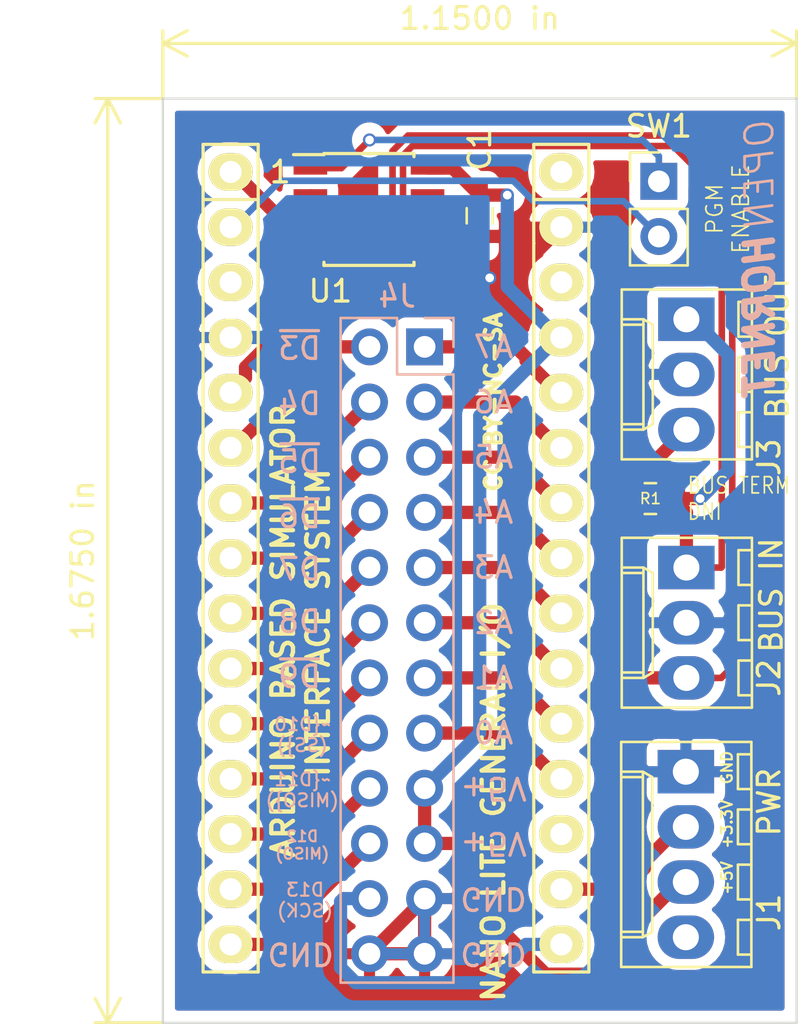
<source format=kicad_pcb>
(kicad_pcb (version 20171130) (host pcbnew "(5.1.4-0-10_14)")

  (general
    (thickness 1.6)
    (drawings 42)
    (tracks 165)
    (zones 0)
    (modules 10)
    (nets 34)
  )

  (page USLetter)
  (title_block
    (title "ABSIS NANO GENERAL I/O")
    (date 2017-12-26)
    (rev -)
    (company "F/A-18C SIMPIT")
    (comment 1 "JOHN STEENSEN")
  )

  (layers
    (0 F.Cu signal hide)
    (31 B.Cu signal hide)
    (32 B.Adhes user)
    (33 F.Adhes user)
    (34 B.Paste user)
    (35 F.Paste user)
    (36 B.SilkS user)
    (37 F.SilkS user)
    (38 B.Mask user)
    (39 F.Mask user)
    (40 Dwgs.User user)
    (41 Cmts.User user)
    (42 Eco1.User user)
    (43 Eco2.User user)
    (44 Edge.Cuts user)
    (45 Margin user)
    (46 B.CrtYd user)
    (47 F.CrtYd user)
    (48 B.Fab user)
    (49 F.Fab user)
  )

  (setup
    (last_trace_width 0.2286)
    (user_trace_width 0.3048)
    (user_trace_width 0.6096)
    (trace_clearance 0.1778)
    (zone_clearance 0.508)
    (zone_45_only no)
    (trace_min 0.1524)
    (via_size 0.6)
    (via_drill 0.4)
    (via_min_size 0.4)
    (via_min_drill 0.31)
    (blind_buried_vias_allowed yes)
    (uvia_size 0.3)
    (uvia_drill 0.1)
    (uvias_allowed no)
    (uvia_min_size 0.2)
    (uvia_min_drill 0.1)
    (edge_width 0.1)
    (segment_width 0.15)
    (pcb_text_width 0.3)
    (pcb_text_size 1.5 1.5)
    (mod_edge_width 0.15)
    (mod_text_size 1 1)
    (mod_text_width 0.15)
    (pad_size 1.5 1.5)
    (pad_drill 0.6)
    (pad_to_mask_clearance 0)
    (aux_axis_origin 127 111.76)
    (grid_origin 127 111.76)
    (visible_elements 7FFFF7FF)
    (pcbplotparams
      (layerselection 0x010fc_ffffffff)
      (usegerberextensions false)
      (usegerberattributes false)
      (usegerberadvancedattributes false)
      (creategerberjobfile false)
      (excludeedgelayer true)
      (linewidth 0.100000)
      (plotframeref false)
      (viasonmask false)
      (mode 1)
      (useauxorigin false)
      (hpglpennumber 1)
      (hpglpenspeed 20)
      (hpglpendiameter 15.000000)
      (psnegative false)
      (psa4output false)
      (plotreference true)
      (plotvalue true)
      (plotinvisibletext false)
      (padsonsilk false)
      (subtractmaskfromsilk false)
      (outputformat 1)
      (mirror false)
      (drillshape 0)
      (scaleselection 1)
      (outputdirectory "manufacturing/"))
  )

  (net 0 "")
  (net 1 "/1(Tx)")
  (net 2 "/0(Rx)")
  (net 3 GND)
  (net 4 /2)
  (net 5 "/3(**)")
  (net 6 /4)
  (net 7 "/5(**)")
  (net 8 "/6(**)")
  (net 9 /7)
  (net 10 /8)
  (net 11 "/9(**)")
  (net 12 "/10(**/SS)")
  (net 13 +5V)
  (net 14 /A7)
  (net 15 /A6)
  (net 16 /A5)
  (net 17 /A4)
  (net 18 /A3)
  (net 19 /A2)
  (net 20 /A1)
  (net 21 /A0)
  (net 22 "/13(SCK)")
  (net 23 +3V3)
  (net 24 "/11(**/MOSI)")
  (net 25 "/12(MISO)")
  (net 26 "Net-(J2-Pad1)")
  (net 27 "Net-(J2-Pad3)")
  (net 28 /RX_ENABLE)
  (net 29 "Net-(J1-Pad4)")
  (net 30 "Net-(P1-Pad3)")
  (net 31 "Net-(P2-Pad1)")
  (net 32 "Net-(P2-Pad3)")
  (net 33 /AREF)

  (net_class Default "This is the default net class."
    (clearance 0.1778)
    (trace_width 0.2286)
    (via_dia 0.6)
    (via_drill 0.4)
    (uvia_dia 0.3)
    (uvia_drill 0.1)
    (add_net /AREF)
    (add_net GND)
    (add_net "Net-(J1-Pad4)")
    (add_net "Net-(J2-Pad1)")
    (add_net "Net-(J2-Pad3)")
    (add_net "Net-(P1-Pad3)")
    (add_net "Net-(P2-Pad1)")
    (add_net "Net-(P2-Pad3)")
  )

  (net_class control ""
    (clearance 0.1778)
    (trace_width 0.2286)
    (via_dia 0.6)
    (via_drill 0.4)
    (uvia_dia 0.3)
    (uvia_drill 0.1)
    (add_net "/0(Rx)")
    (add_net "/1(Tx)")
    (add_net "/10(**/SS)")
    (add_net "/11(**/MOSI)")
    (add_net "/12(MISO)")
    (add_net "/13(SCK)")
    (add_net /2)
    (add_net "/3(**)")
    (add_net /4)
    (add_net "/5(**)")
    (add_net "/6(**)")
    (add_net /7)
    (add_net /8)
    (add_net "/9(**)")
    (add_net /A0)
    (add_net /A1)
    (add_net /A2)
    (add_net /A3)
    (add_net /A4)
    (add_net /A5)
    (add_net /A6)
    (add_net /A7)
    (add_net /RX_ENABLE)
  )

  (net_class pwr12v ""
    (clearance 0.2032)
    (trace_width 0.762)
    (via_dia 0.6)
    (via_drill 0.4)
    (uvia_dia 0.3)
    (uvia_drill 0.1)
  )

  (net_class pwr3.3v ""
    (clearance 0.2032)
    (trace_width 0.3048)
    (via_dia 0.6)
    (via_drill 0.4)
    (uvia_dia 0.3)
    (uvia_drill 0.1)
    (add_net +3V3)
  )

  (net_class pwr5v ""
    (clearance 0.2032)
    (trace_width 0.2286)
    (via_dia 0.6)
    (via_drill 0.4)
    (uvia_dia 0.3)
    (uvia_drill 0.1)
    (add_net +5V)
  )

  (net_class signal ""
    (clearance 0.1778)
    (trace_width 0.1524)
    (via_dia 0.6)
    (via_drill 0.4)
    (uvia_dia 0.3)
    (uvia_drill 0.1)
  )

  (module Connector_PinHeader_2.54mm:PinHeader_1x02_P2.54mm_Vertical (layer F.Cu) (tedit 59FED5CC) (tstamp 5DAD1E85)
    (at 149.86 73.025)
    (descr "Through hole straight pin header, 1x02, 2.54mm pitch, single row")
    (tags "Through hole pin header THT 1x02 2.54mm single row")
    (path /5A853417)
    (fp_text reference SW1 (at 0 -2.54) (layer F.SilkS)
      (effects (font (size 1 1) (thickness 0.15)))
    )
    (fp_text value ENABLE (at 2.54 1.27 90) (layer F.SilkS) hide
      (effects (font (size 1 1) (thickness 0.15)))
    )
    (fp_text user %R (at 0 0 -270) (layer F.Fab)
      (effects (font (size 1 1) (thickness 0.15)))
    )
    (fp_line (start 1.8 -1.8) (end -1.8 -1.8) (layer F.CrtYd) (width 0.05))
    (fp_line (start 1.8 4.35) (end 1.8 -1.8) (layer F.CrtYd) (width 0.05))
    (fp_line (start -1.8 4.35) (end 1.8 4.35) (layer F.CrtYd) (width 0.05))
    (fp_line (start -1.8 -1.8) (end -1.8 4.35) (layer F.CrtYd) (width 0.05))
    (fp_line (start -1.33 -1.33) (end 0 -1.33) (layer F.SilkS) (width 0.12))
    (fp_line (start -1.33 0) (end -1.33 -1.33) (layer F.SilkS) (width 0.12))
    (fp_line (start -1.33 1.27) (end 1.33 1.27) (layer F.SilkS) (width 0.12))
    (fp_line (start 1.33 1.27) (end 1.33 3.87) (layer F.SilkS) (width 0.12))
    (fp_line (start -1.33 1.27) (end -1.33 3.87) (layer F.SilkS) (width 0.12))
    (fp_line (start -1.33 3.87) (end 1.33 3.87) (layer F.SilkS) (width 0.12))
    (fp_line (start -1.27 -0.635) (end -0.635 -1.27) (layer F.Fab) (width 0.1))
    (fp_line (start -1.27 3.81) (end -1.27 -0.635) (layer F.Fab) (width 0.1))
    (fp_line (start 1.27 3.81) (end -1.27 3.81) (layer F.Fab) (width 0.1))
    (fp_line (start 1.27 -1.27) (end 1.27 3.81) (layer F.Fab) (width 0.1))
    (fp_line (start -0.635 -1.27) (end 1.27 -1.27) (layer F.Fab) (width 0.1))
    (pad 2 thru_hole oval (at 0 2.54) (size 1.7 1.7) (drill 1) (layers *.Cu *.Mask)
      (net 2 "/0(Rx)"))
    (pad 1 thru_hole rect (at 0 0) (size 1.7 1.7) (drill 1) (layers *.Cu *.Mask)
      (net 28 /RX_ENABLE))
    (model ${KISYS3DMOD}/Connector_PinHeader_2.54mm.3dshapes/PinHeader_1x02_P2.54mm_Vertical.wrl
      (at (xyz 0 0 0))
      (scale (xyz 1 1 1))
      (rotate (xyz 0 0 0))
    )
  )

  (module Connectors_Molex:Molex_KK-6410-04_04x2.54mm_Straight (layer F.Cu) (tedit 5A42B985) (tstamp 5DBDF0C8)
    (at 151.1046 100.203 270)
    (descr "Connector Headers with Friction Lock, 22-27-2041, http://www.molex.com/pdm_docs/sd/022272021_sd.pdf")
    (tags "connector molex kk_6410 22-27-2041")
    (path /5A3BE8B0)
    (fp_text reference J1 (at 6.477 -3.8354 90) (layer F.SilkS)
      (effects (font (size 1 1) (thickness 0.15)))
    )
    (fp_text value PWR (at 1.397 -3.8354 270) (layer F.SilkS)
      (effects (font (size 1 1) (thickness 0.15)))
    )
    (fp_line (start -1.47 -3.12) (end -1.47 3.08) (layer F.Fab) (width 0.12))
    (fp_line (start -1.47 3.08) (end 9.09 3.08) (layer F.Fab) (width 0.12))
    (fp_line (start 9.09 3.08) (end 9.09 -3.12) (layer F.Fab) (width 0.12))
    (fp_line (start 9.09 -3.12) (end -1.47 -3.12) (layer F.Fab) (width 0.12))
    (fp_line (start -1.37 -3.02) (end -1.37 2.98) (layer F.SilkS) (width 0.12))
    (fp_line (start -1.37 2.98) (end 8.99 2.98) (layer F.SilkS) (width 0.12))
    (fp_line (start 8.99 2.98) (end 8.99 -3.02) (layer F.SilkS) (width 0.12))
    (fp_line (start 8.99 -3.02) (end -1.37 -3.02) (layer F.SilkS) (width 0.12))
    (fp_line (start 0 2.98) (end 0 1.98) (layer F.SilkS) (width 0.12))
    (fp_line (start 0 1.98) (end 7.62 1.98) (layer F.SilkS) (width 0.12))
    (fp_line (start 7.62 1.98) (end 7.62 2.98) (layer F.SilkS) (width 0.12))
    (fp_line (start 0 1.98) (end 0.25 1.55) (layer F.SilkS) (width 0.12))
    (fp_line (start 0.25 1.55) (end 7.37 1.55) (layer F.SilkS) (width 0.12))
    (fp_line (start 7.37 1.55) (end 7.62 1.98) (layer F.SilkS) (width 0.12))
    (fp_line (start 0.25 2.98) (end 0.25 1.98) (layer F.SilkS) (width 0.12))
    (fp_line (start 7.37 2.98) (end 7.37 1.98) (layer F.SilkS) (width 0.12))
    (fp_line (start -0.8 -3.02) (end -0.8 -2.4) (layer F.SilkS) (width 0.12))
    (fp_line (start -0.8 -2.4) (end 0.8 -2.4) (layer F.SilkS) (width 0.12))
    (fp_line (start 0.8 -2.4) (end 0.8 -3.02) (layer F.SilkS) (width 0.12))
    (fp_line (start 1.74 -3.02) (end 1.74 -2.4) (layer F.SilkS) (width 0.12))
    (fp_line (start 1.74 -2.4) (end 3.34 -2.4) (layer F.SilkS) (width 0.12))
    (fp_line (start 3.34 -2.4) (end 3.34 -3.02) (layer F.SilkS) (width 0.12))
    (fp_line (start 4.28 -3.02) (end 4.28 -2.4) (layer F.SilkS) (width 0.12))
    (fp_line (start 4.28 -2.4) (end 5.88 -2.4) (layer F.SilkS) (width 0.12))
    (fp_line (start 5.88 -2.4) (end 5.88 -3.02) (layer F.SilkS) (width 0.12))
    (fp_line (start 6.82 -3.02) (end 6.82 -2.4) (layer F.SilkS) (width 0.12))
    (fp_line (start 6.82 -2.4) (end 8.42 -2.4) (layer F.SilkS) (width 0.12))
    (fp_line (start 8.42 -2.4) (end 8.42 -3.02) (layer F.SilkS) (width 0.12))
    (fp_line (start -1.9 3.5) (end -1.9 -3.55) (layer F.CrtYd) (width 0.05))
    (fp_line (start -1.9 -3.55) (end 9.5 -3.55) (layer F.CrtYd) (width 0.05))
    (fp_line (start 9.5 -3.55) (end 9.5 3.5) (layer F.CrtYd) (width 0.05))
    (fp_line (start 9.5 3.5) (end -1.9 3.5) (layer F.CrtYd) (width 0.05))
    (fp_text user %R (at 3.81 0 90) (layer F.Fab)
      (effects (font (size 1 1) (thickness 0.15)))
    )
    (pad 1 thru_hole rect (at 0 0 270) (size 2 2.6) (drill 1.2) (layers *.Cu *.Mask)
      (net 3 GND))
    (pad 2 thru_hole oval (at 2.54 0 270) (size 2 2.6) (drill 1.2) (layers *.Cu *.Mask)
      (net 23 +3V3))
    (pad 3 thru_hole oval (at 5.08 0 270) (size 2 2.6) (drill 1.2) (layers *.Cu *.Mask)
      (net 13 +5V))
    (pad 4 thru_hole oval (at 7.62 0 270) (size 2 2.6) (drill 1.2) (layers *.Cu *.Mask)
      (net 29 "Net-(J1-Pad4)"))
    (model ${KISYS3DMOD}/Connectors_Molex.3dshapes/Molex_KK-6410-04_04x2.54mm_Straight.wrl
      (at (xyz 0 0 0))
      (scale (xyz 1 1 1))
      (rotate (xyz 0 0 0))
    )
  )

  (module Socket_Arduino_Nano:Socket_Strip_Arduino_1x15 locked (layer F.Cu) (tedit 5A42BC5D) (tstamp 551FC9D0)
    (at 130.1242 72.5932 270)
    (descr "Through hole socket strip")
    (tags "socket strip")
    (path /56D73FAC)
    (fp_text reference P1 (at 16.383 -2.54 270) (layer Dwgs.User)
      (effects (font (size 1 1) (thickness 0.15)))
    )
    (fp_text value Digital (at 20.193 -2.54 270) (layer F.Fab)
      (effects (font (size 1 1) (thickness 0.15)))
    )
    (fp_line (start 1.27 -1.27) (end -1.27 -1.27) (layer F.SilkS) (width 0.15))
    (fp_line (start -1.27 -1.27) (end -1.27 1.27) (layer F.SilkS) (width 0.15))
    (fp_line (start -1.27 1.27) (end 1.27 1.27) (layer F.SilkS) (width 0.15))
    (fp_line (start -1.75 -1.75) (end -1.75 1.75) (layer F.CrtYd) (width 0.05))
    (fp_line (start 37.35 -1.75) (end 37.35 1.75) (layer F.CrtYd) (width 0.05))
    (fp_line (start -1.75 -1.75) (end 37.35 -1.75) (layer F.CrtYd) (width 0.05))
    (fp_line (start -1.75 1.75) (end 37.35 1.75) (layer F.CrtYd) (width 0.05))
    (fp_line (start 1.27 -1.27) (end 36.83 -1.27) (layer F.SilkS) (width 0.15))
    (fp_line (start 36.83 -1.27) (end 36.83 1.27) (layer F.SilkS) (width 0.15))
    (fp_line (start 36.83 1.27) (end 1.27 1.27) (layer F.SilkS) (width 0.15))
    (fp_line (start 1.27 1.27) (end 1.27 -1.27) (layer F.SilkS) (width 0.15))
    (pad 1 thru_hole oval (at 0 0 270) (size 1.7272 2.032) (drill 1.016) (layers *.Cu *.Mask F.SilkS)
      (net 1 "/1(Tx)"))
    (pad 2 thru_hole oval (at 2.54 0 270) (size 1.7272 2.032) (drill 1.016) (layers *.Cu *.Mask F.SilkS)
      (net 2 "/0(Rx)"))
    (pad 3 thru_hole oval (at 5.08 0 270) (size 1.7272 2.032) (drill 1.016) (layers *.Cu *.Mask F.SilkS)
      (net 30 "Net-(P1-Pad3)"))
    (pad 4 thru_hole oval (at 7.62 0 270) (size 1.7272 2.032) (drill 1.016) (layers *.Cu *.Mask F.SilkS)
      (net 3 GND))
    (pad 5 thru_hole oval (at 10.16 0 270) (size 1.7272 2.032) (drill 1.016) (layers *.Cu *.Mask F.SilkS)
      (net 4 /2))
    (pad 6 thru_hole oval (at 12.7 0 270) (size 1.7272 2.032) (drill 1.016) (layers *.Cu *.Mask F.SilkS)
      (net 5 "/3(**)"))
    (pad 7 thru_hole oval (at 15.24 0 270) (size 1.7272 2.032) (drill 1.016) (layers *.Cu *.Mask F.SilkS)
      (net 6 /4))
    (pad 8 thru_hole oval (at 17.78 0 270) (size 1.7272 2.032) (drill 1.016) (layers *.Cu *.Mask F.SilkS)
      (net 7 "/5(**)"))
    (pad 9 thru_hole oval (at 20.32 0 270) (size 1.7272 2.032) (drill 1.016) (layers *.Cu *.Mask F.SilkS)
      (net 8 "/6(**)"))
    (pad 10 thru_hole oval (at 22.86 0 270) (size 1.7272 2.032) (drill 1.016) (layers *.Cu *.Mask F.SilkS)
      (net 9 /7))
    (pad 11 thru_hole oval (at 25.4 0 270) (size 1.7272 2.032) (drill 1.016) (layers *.Cu *.Mask F.SilkS)
      (net 10 /8))
    (pad 12 thru_hole oval (at 27.94 0 270) (size 1.7272 2.032) (drill 1.016) (layers *.Cu *.Mask F.SilkS)
      (net 11 "/9(**)"))
    (pad 13 thru_hole oval (at 30.48 0 270) (size 1.7272 2.032) (drill 1.016) (layers *.Cu *.Mask F.SilkS)
      (net 12 "/10(**/SS)"))
    (pad 14 thru_hole oval (at 33.02 0 270) (size 1.7272 2.032) (drill 1.016) (layers *.Cu *.Mask F.SilkS)
      (net 24 "/11(**/MOSI)"))
    (pad 15 thru_hole oval (at 35.56 0 270) (size 1.7272 2.032) (drill 1.016) (layers *.Cu *.Mask F.SilkS)
      (net 25 "/12(MISO)"))
    (model ${KIPRJMOD}/Socket_Arduino_Nano.3dshapes/Socket_header_Arduino_1x15.wrl
      (offset (xyz 17.77999973297119 0 0))
      (scale (xyz 1 1 1))
      (rotate (xyz 0 0 180))
    )
  )

  (module Socket_Arduino_Nano:Socket_Strip_Arduino_1x15 locked (layer F.Cu) (tedit 5A42BB2C) (tstamp 551FC9EE)
    (at 145.3642 72.5932 270)
    (descr "Through hole socket strip")
    (tags "socket strip")
    (path /56D740C7)
    (fp_text reference P2 (at 16.383 2.54 270) (layer Dwgs.User)
      (effects (font (size 1 1) (thickness 0.15)))
    )
    (fp_text value Analog (at 20.193 2.54 270) (layer F.Fab)
      (effects (font (size 1 1) (thickness 0.15)))
    )
    (fp_line (start 1.27 -1.27) (end -1.27 -1.27) (layer F.SilkS) (width 0.15))
    (fp_line (start -1.27 -1.27) (end -1.27 1.27) (layer F.SilkS) (width 0.15))
    (fp_line (start -1.27 1.27) (end 1.27 1.27) (layer F.SilkS) (width 0.15))
    (fp_line (start -1.75 -1.75) (end -1.75 1.75) (layer F.CrtYd) (width 0.05))
    (fp_line (start 37.35 -1.75) (end 37.35 1.75) (layer F.CrtYd) (width 0.05))
    (fp_line (start -1.75 -1.75) (end 37.35 -1.75) (layer F.CrtYd) (width 0.05))
    (fp_line (start -1.75 1.75) (end 37.35 1.75) (layer F.CrtYd) (width 0.05))
    (fp_line (start 1.27 -1.27) (end 36.83 -1.27) (layer F.SilkS) (width 0.15))
    (fp_line (start 36.83 -1.27) (end 36.83 1.27) (layer F.SilkS) (width 0.15))
    (fp_line (start 36.83 1.27) (end 1.27 1.27) (layer F.SilkS) (width 0.15))
    (fp_line (start 1.27 1.27) (end 1.27 -1.27) (layer F.SilkS) (width 0.15))
    (pad 1 thru_hole oval (at 0 0 270) (size 1.7272 2.032) (drill 1.016) (layers *.Cu *.Mask F.SilkS)
      (net 31 "Net-(P2-Pad1)"))
    (pad 2 thru_hole oval (at 2.54 0 270) (size 1.7272 2.032) (drill 1.016) (layers *.Cu *.Mask F.SilkS)
      (net 3 GND))
    (pad 3 thru_hole oval (at 5.08 0 270) (size 1.7272 2.032) (drill 1.016) (layers *.Cu *.Mask F.SilkS)
      (net 32 "Net-(P2-Pad3)"))
    (pad 4 thru_hole oval (at 7.62 0 270) (size 1.7272 2.032) (drill 1.016) (layers *.Cu *.Mask F.SilkS)
      (net 13 +5V))
    (pad 5 thru_hole oval (at 10.16 0 270) (size 1.7272 2.032) (drill 1.016) (layers *.Cu *.Mask F.SilkS)
      (net 14 /A7))
    (pad 6 thru_hole oval (at 12.7 0 270) (size 1.7272 2.032) (drill 1.016) (layers *.Cu *.Mask F.SilkS)
      (net 15 /A6))
    (pad 7 thru_hole oval (at 15.24 0 270) (size 1.7272 2.032) (drill 1.016) (layers *.Cu *.Mask F.SilkS)
      (net 16 /A5))
    (pad 8 thru_hole oval (at 17.78 0 270) (size 1.7272 2.032) (drill 1.016) (layers *.Cu *.Mask F.SilkS)
      (net 17 /A4))
    (pad 9 thru_hole oval (at 20.32 0 270) (size 1.7272 2.032) (drill 1.016) (layers *.Cu *.Mask F.SilkS)
      (net 18 /A3))
    (pad 10 thru_hole oval (at 22.86 0 270) (size 1.7272 2.032) (drill 1.016) (layers *.Cu *.Mask F.SilkS)
      (net 19 /A2))
    (pad 11 thru_hole oval (at 25.4 0 270) (size 1.7272 2.032) (drill 1.016) (layers *.Cu *.Mask F.SilkS)
      (net 20 /A1))
    (pad 12 thru_hole oval (at 27.94 0 270) (size 1.7272 2.032) (drill 1.016) (layers *.Cu *.Mask F.SilkS)
      (net 21 /A0))
    (pad 13 thru_hole oval (at 30.48 0 270) (size 1.7272 2.032) (drill 1.016) (layers *.Cu *.Mask F.SilkS)
      (net 33 /AREF))
    (pad 14 thru_hole oval (at 33.02 0 270) (size 1.7272 2.032) (drill 1.016) (layers *.Cu *.Mask F.SilkS)
      (net 23 +3V3))
    (pad 15 thru_hole oval (at 35.56 0 270) (size 1.7272 2.032) (drill 1.016) (layers *.Cu *.Mask F.SilkS)
      (net 22 "/13(SCK)"))
    (model ${KIPRJMOD}/Socket_Arduino_Nano.3dshapes/Socket_header_Arduino_1x15.wrl
      (offset (xyz 17.77999973297119 0 0))
      (scale (xyz 1 1 1))
      (rotate (xyz 0 0 180))
    )
  )

  (module Capacitors_SMD:C_0603_HandSoldering (layer F.Cu) (tedit 5A41AC56) (tstamp 5A3C25DC)
    (at 141.605 74.61 270)
    (descr "Capacitor SMD 0603, hand soldering")
    (tags "capacitor 0603")
    (path /5A3C0CA8)
    (attr smd)
    (fp_text reference C1 (at -3.048 0 90) (layer F.SilkS)
      (effects (font (size 1 1) (thickness 0.15)))
    )
    (fp_text value 0.1uF (at 0.315 -1.27 90) (layer F.Fab)
      (effects (font (size 1 1) (thickness 0.15)))
    )
    (fp_text user %R (at -3.048 0 90) (layer F.Fab)
      (effects (font (size 1 1) (thickness 0.15)))
    )
    (fp_line (start -0.8 0.4) (end -0.8 -0.4) (layer F.Fab) (width 0.1))
    (fp_line (start 0.8 0.4) (end -0.8 0.4) (layer F.Fab) (width 0.1))
    (fp_line (start 0.8 -0.4) (end 0.8 0.4) (layer F.Fab) (width 0.1))
    (fp_line (start -0.8 -0.4) (end 0.8 -0.4) (layer F.Fab) (width 0.1))
    (fp_line (start -0.35 -0.6) (end 0.35 -0.6) (layer F.SilkS) (width 0.12))
    (fp_line (start 0.35 0.6) (end -0.35 0.6) (layer F.SilkS) (width 0.12))
    (fp_line (start -1.8 -0.65) (end 1.8 -0.65) (layer F.CrtYd) (width 0.05))
    (fp_line (start -1.8 -0.65) (end -1.8 0.65) (layer F.CrtYd) (width 0.05))
    (fp_line (start 1.8 0.65) (end 1.8 -0.65) (layer F.CrtYd) (width 0.05))
    (fp_line (start 1.8 0.65) (end -1.8 0.65) (layer F.CrtYd) (width 0.05))
    (pad 1 smd rect (at -0.95 0 270) (size 1.2 0.75) (layers F.Cu F.Paste F.Mask)
      (net 13 +5V))
    (pad 2 smd rect (at 0.95 0 270) (size 1.2 0.75) (layers F.Cu F.Paste F.Mask)
      (net 3 GND))
    (model Capacitors_SMD.3dshapes/C_0603.wrl
      (at (xyz 0 0 0))
      (scale (xyz 1 1 1))
      (rotate (xyz 0 0 0))
    )
  )

  (module Housings_SOIC:SOIC-8_3.9x4.9mm_Pitch1.27mm (layer F.Cu) (tedit 58CD0CDA) (tstamp 5A3C2645)
    (at 136.4996 74.3204)
    (descr "8-Lead Plastic Small Outline (SN) - Narrow, 3.90 mm Body [SOIC] (see Microchip Packaging Specification 00000049BS.pdf)")
    (tags "SOIC 1.27")
    (path /5A3BEAE8)
    (attr smd)
    (fp_text reference U1 (at -1.778 3.7592) (layer F.SilkS)
      (effects (font (size 1 1) (thickness 0.15)))
    )
    (fp_text value MAX487EESAS (at 0 3.5) (layer F.Fab)
      (effects (font (size 1 1) (thickness 0.15)))
    )
    (fp_text user %R (at 0 0 180) (layer F.Fab)
      (effects (font (size 1 1) (thickness 0.15)))
    )
    (fp_line (start -0.95 -2.45) (end 1.95 -2.45) (layer F.Fab) (width 0.1))
    (fp_line (start 1.95 -2.45) (end 1.95 2.45) (layer F.Fab) (width 0.1))
    (fp_line (start 1.95 2.45) (end -1.95 2.45) (layer F.Fab) (width 0.1))
    (fp_line (start -1.95 2.45) (end -1.95 -1.45) (layer F.Fab) (width 0.1))
    (fp_line (start -1.95 -1.45) (end -0.95 -2.45) (layer F.Fab) (width 0.1))
    (fp_line (start -3.73 -2.7) (end -3.73 2.7) (layer F.CrtYd) (width 0.05))
    (fp_line (start 3.73 -2.7) (end 3.73 2.7) (layer F.CrtYd) (width 0.05))
    (fp_line (start -3.73 -2.7) (end 3.73 -2.7) (layer F.CrtYd) (width 0.05))
    (fp_line (start -3.73 2.7) (end 3.73 2.7) (layer F.CrtYd) (width 0.05))
    (fp_line (start -2.075 -2.575) (end -2.075 -2.525) (layer F.SilkS) (width 0.15))
    (fp_line (start 2.075 -2.575) (end 2.075 -2.43) (layer F.SilkS) (width 0.15))
    (fp_line (start 2.075 2.575) (end 2.075 2.43) (layer F.SilkS) (width 0.15))
    (fp_line (start -2.075 2.575) (end -2.075 2.43) (layer F.SilkS) (width 0.15))
    (fp_line (start -2.075 -2.575) (end 2.075 -2.575) (layer F.SilkS) (width 0.15))
    (fp_line (start -2.075 2.575) (end 2.075 2.575) (layer F.SilkS) (width 0.15))
    (fp_line (start -2.075 -2.525) (end -3.475 -2.525) (layer F.SilkS) (width 0.15))
    (pad 1 smd rect (at -2.7 -1.905) (size 1.55 0.6) (layers F.Cu F.Paste F.Mask)
      (net 28 /RX_ENABLE))
    (pad 2 smd rect (at -2.7 -0.635) (size 1.55 0.6) (layers F.Cu F.Paste F.Mask)
      (net 4 /2))
    (pad 3 smd rect (at -2.7 0.635) (size 1.55 0.6) (layers F.Cu F.Paste F.Mask)
      (net 4 /2))
    (pad 4 smd rect (at -2.7 1.905) (size 1.55 0.6) (layers F.Cu F.Paste F.Mask)
      (net 1 "/1(Tx)"))
    (pad 5 smd rect (at 2.7 1.905) (size 1.55 0.6) (layers F.Cu F.Paste F.Mask)
      (net 3 GND))
    (pad 6 smd rect (at 2.7 0.635) (size 1.55 0.6) (layers F.Cu F.Paste F.Mask)
      (net 26 "Net-(J2-Pad1)"))
    (pad 7 smd rect (at 2.7 -0.635) (size 1.55 0.6) (layers F.Cu F.Paste F.Mask)
      (net 27 "Net-(J2-Pad3)"))
    (pad 8 smd rect (at 2.7 -1.905) (size 1.55 0.6) (layers F.Cu F.Paste F.Mask)
      (net 13 +5V))
    (model ${KISYS3DMOD}/Housings_SOIC.3dshapes/SOIC-8_3.9x4.9mm_Pitch1.27mm.wrl
      (at (xyz 0 0 0))
      (scale (xyz 1 1 1))
      (rotate (xyz 0 0 0))
    )
  )

  (module Connectors_Molex:Molex_KK-6410-03_03x2.54mm_Straight (layer F.Cu) (tedit 5A42B881) (tstamp 5DBDF65C)
    (at 151.13 90.805 270)
    (descr "Connector Headers with Friction Lock, 22-27-2031, http://www.molex.com/pdm_docs/sd/022272021_sd.pdf")
    (tags "connector molex kk_6410 22-27-2031")
    (path /5A3BEFC3)
    (fp_text reference J2 (at 5.08 -3.81 270) (layer F.SilkS)
      (effects (font (size 1 1) (thickness 0.15)))
    )
    (fp_text value "BUS IN" (at 1.27 -3.9116 90) (layer F.SilkS)
      (effects (font (size 1 1) (thickness 0.15)))
    )
    (fp_line (start -1.47 -3.12) (end -1.47 3.08) (layer F.Fab) (width 0.12))
    (fp_line (start -1.47 3.08) (end 6.55 3.08) (layer F.Fab) (width 0.12))
    (fp_line (start 6.55 3.08) (end 6.55 -3.12) (layer F.Fab) (width 0.12))
    (fp_line (start 6.55 -3.12) (end -1.47 -3.12) (layer F.Fab) (width 0.12))
    (fp_line (start -1.37 -3.02) (end -1.37 2.98) (layer F.SilkS) (width 0.12))
    (fp_line (start -1.37 2.98) (end 6.45 2.98) (layer F.SilkS) (width 0.12))
    (fp_line (start 6.45 2.98) (end 6.45 -3.02) (layer F.SilkS) (width 0.12))
    (fp_line (start 6.45 -3.02) (end -1.37 -3.02) (layer F.SilkS) (width 0.12))
    (fp_line (start 0 2.98) (end 0 1.98) (layer F.SilkS) (width 0.12))
    (fp_line (start 0 1.98) (end 5.08 1.98) (layer F.SilkS) (width 0.12))
    (fp_line (start 5.08 1.98) (end 5.08 2.98) (layer F.SilkS) (width 0.12))
    (fp_line (start 0 1.98) (end 0.25 1.55) (layer F.SilkS) (width 0.12))
    (fp_line (start 0.25 1.55) (end 4.83 1.55) (layer F.SilkS) (width 0.12))
    (fp_line (start 4.83 1.55) (end 5.08 1.98) (layer F.SilkS) (width 0.12))
    (fp_line (start 0.25 2.98) (end 0.25 1.98) (layer F.SilkS) (width 0.12))
    (fp_line (start 4.83 2.98) (end 4.83 1.98) (layer F.SilkS) (width 0.12))
    (fp_line (start -0.8 -3.02) (end -0.8 -2.4) (layer F.SilkS) (width 0.12))
    (fp_line (start -0.8 -2.4) (end 0.8 -2.4) (layer F.SilkS) (width 0.12))
    (fp_line (start 0.8 -2.4) (end 0.8 -3.02) (layer F.SilkS) (width 0.12))
    (fp_line (start 1.74 -3.02) (end 1.74 -2.4) (layer F.SilkS) (width 0.12))
    (fp_line (start 1.74 -2.4) (end 3.34 -2.4) (layer F.SilkS) (width 0.12))
    (fp_line (start 3.34 -2.4) (end 3.34 -3.02) (layer F.SilkS) (width 0.12))
    (fp_line (start 4.28 -3.02) (end 4.28 -2.4) (layer F.SilkS) (width 0.12))
    (fp_line (start 4.28 -2.4) (end 5.88 -2.4) (layer F.SilkS) (width 0.12))
    (fp_line (start 5.88 -2.4) (end 5.88 -3.02) (layer F.SilkS) (width 0.12))
    (fp_line (start -1.9 3.5) (end -1.9 -3.55) (layer F.CrtYd) (width 0.05))
    (fp_line (start -1.9 -3.55) (end 7 -3.55) (layer F.CrtYd) (width 0.05))
    (fp_line (start 7 -3.55) (end 7 3.5) (layer F.CrtYd) (width 0.05))
    (fp_line (start 7 3.5) (end -1.9 3.5) (layer F.CrtYd) (width 0.05))
    (fp_text user %R (at 2.54 0 90) (layer F.Fab)
      (effects (font (size 1 1) (thickness 0.15)))
    )
    (pad 1 thru_hole rect (at 0 0 270) (size 2 2.6) (drill 1.2) (layers *.Cu *.Mask)
      (net 26 "Net-(J2-Pad1)"))
    (pad 2 thru_hole oval (at 2.54 0 270) (size 2 2.6) (drill 1.2) (layers *.Cu *.Mask)
      (net 3 GND))
    (pad 3 thru_hole oval (at 5.08 0 270) (size 2 2.6) (drill 1.2) (layers *.Cu *.Mask)
      (net 27 "Net-(J2-Pad3)"))
    (model ${KISYS3DMOD}/Connectors_Molex.3dshapes/Molex_KK-6410-03_03x2.54mm_Straight.wrl
      (at (xyz 0 0 0))
      (scale (xyz 1 1 1))
      (rotate (xyz 0 0 0))
    )
  )

  (module Connectors_Molex:Molex_KK-6410-03_03x2.54mm_Straight (layer F.Cu) (tedit 5A42B889) (tstamp 5DBDF759)
    (at 151.13 79.375 270)
    (descr "Connector Headers with Friction Lock, 22-27-2031, http://www.molex.com/pdm_docs/sd/022272021_sd.pdf")
    (tags "connector molex kk_6410 22-27-2031")
    (path /5A3BF1A3)
    (fp_text reference J3 (at 6.35 -3.81 90) (layer F.SilkS)
      (effects (font (size 1 1) (thickness 0.15)))
    )
    (fp_text value "BUS OUT" (at 1.27 -4.191 90) (layer F.SilkS)
      (effects (font (size 1 1) (thickness 0.15)))
    )
    (fp_line (start -1.47 -3.12) (end -1.47 3.08) (layer F.Fab) (width 0.12))
    (fp_line (start -1.47 3.08) (end 6.55 3.08) (layer F.Fab) (width 0.12))
    (fp_line (start 6.55 3.08) (end 6.55 -3.12) (layer F.Fab) (width 0.12))
    (fp_line (start 6.55 -3.12) (end -1.47 -3.12) (layer F.Fab) (width 0.12))
    (fp_line (start -1.37 -3.02) (end -1.37 2.98) (layer F.SilkS) (width 0.12))
    (fp_line (start -1.37 2.98) (end 6.45 2.98) (layer F.SilkS) (width 0.12))
    (fp_line (start 6.45 2.98) (end 6.45 -3.02) (layer F.SilkS) (width 0.12))
    (fp_line (start 6.45 -3.02) (end -1.37 -3.02) (layer F.SilkS) (width 0.12))
    (fp_line (start 0 2.98) (end 0 1.98) (layer F.SilkS) (width 0.12))
    (fp_line (start 0 1.98) (end 5.08 1.98) (layer F.SilkS) (width 0.12))
    (fp_line (start 5.08 1.98) (end 5.08 2.98) (layer F.SilkS) (width 0.12))
    (fp_line (start 0 1.98) (end 0.25 1.55) (layer F.SilkS) (width 0.12))
    (fp_line (start 0.25 1.55) (end 4.83 1.55) (layer F.SilkS) (width 0.12))
    (fp_line (start 4.83 1.55) (end 5.08 1.98) (layer F.SilkS) (width 0.12))
    (fp_line (start 0.25 2.98) (end 0.25 1.98) (layer F.SilkS) (width 0.12))
    (fp_line (start 4.83 2.98) (end 4.83 1.98) (layer F.SilkS) (width 0.12))
    (fp_line (start -0.8 -3.02) (end -0.8 -2.4) (layer F.SilkS) (width 0.12))
    (fp_line (start -0.8 -2.4) (end 0.8 -2.4) (layer F.SilkS) (width 0.12))
    (fp_line (start 0.8 -2.4) (end 0.8 -3.02) (layer F.SilkS) (width 0.12))
    (fp_line (start 1.74 -3.02) (end 1.74 -2.4) (layer F.SilkS) (width 0.12))
    (fp_line (start 1.74 -2.4) (end 3.34 -2.4) (layer F.SilkS) (width 0.12))
    (fp_line (start 3.34 -2.4) (end 3.34 -3.02) (layer F.SilkS) (width 0.12))
    (fp_line (start 4.28 -3.02) (end 4.28 -2.4) (layer F.SilkS) (width 0.12))
    (fp_line (start 4.28 -2.4) (end 5.88 -2.4) (layer F.SilkS) (width 0.12))
    (fp_line (start 5.88 -2.4) (end 5.88 -3.02) (layer F.SilkS) (width 0.12))
    (fp_line (start -1.9 3.5) (end -1.9 -3.55) (layer F.CrtYd) (width 0.05))
    (fp_line (start -1.9 -3.55) (end 7 -3.55) (layer F.CrtYd) (width 0.05))
    (fp_line (start 7 -3.55) (end 7 3.5) (layer F.CrtYd) (width 0.05))
    (fp_line (start 7 3.5) (end -1.9 3.5) (layer F.CrtYd) (width 0.05))
    (fp_text user %R (at 2.54 0 90) (layer F.Fab)
      (effects (font (size 1 1) (thickness 0.15)))
    )
    (pad 1 thru_hole rect (at 0 0 270) (size 2 2.6) (drill 1.2) (layers *.Cu *.Mask)
      (net 26 "Net-(J2-Pad1)"))
    (pad 2 thru_hole oval (at 2.54 0 270) (size 2 2.6) (drill 1.2) (layers *.Cu *.Mask)
      (net 3 GND))
    (pad 3 thru_hole oval (at 5.08 0 270) (size 2 2.6) (drill 1.2) (layers *.Cu *.Mask)
      (net 27 "Net-(J2-Pad3)"))
    (model ${KISYS3DMOD}/Connectors_Molex.3dshapes/Molex_KK-6410-03_03x2.54mm_Straight.wrl
      (at (xyz 0 0 0))
      (scale (xyz 1 1 1))
      (rotate (xyz 0 0 0))
    )
  )

  (module Resistor_SMD:R_0805_2012Metric_Pad1.15x1.40mm_HandSolder (layer F.Cu) (tedit 5B36C52B) (tstamp 5DAD1E75)
    (at 149.47 87.63)
    (descr "Resistor SMD 0805 (2012 Metric), square (rectangular) end terminal, IPC_7351 nominal with elongated pad for handsoldering. (Body size source: https://docs.google.com/spreadsheets/d/1BsfQQcO9C6DZCsRaXUlFlo91Tg2WpOkGARC1WS5S8t0/edit?usp=sharing), generated with kicad-footprint-generator")
    (tags "resistor handsolder")
    (path /5A3C1A79)
    (attr smd)
    (fp_text reference R1 (at -0.88 0) (layer F.SilkS) hide
      (effects (font (size 0.5 0.5) (thickness 0.125)))
    )
    (fp_text value 120 (at 0 1.65) (layer F.Fab)
      (effects (font (size 1 1) (thickness 0.15)))
    )
    (fp_line (start -1 0.6) (end -1 -0.6) (layer F.Fab) (width 0.1))
    (fp_line (start -1 -0.6) (end 1 -0.6) (layer F.Fab) (width 0.1))
    (fp_line (start 1 -0.6) (end 1 0.6) (layer F.Fab) (width 0.1))
    (fp_line (start 1 0.6) (end -1 0.6) (layer F.Fab) (width 0.1))
    (fp_line (start -0.261252 -0.71) (end 0.261252 -0.71) (layer F.SilkS) (width 0.12))
    (fp_line (start -0.261252 0.71) (end 0.261252 0.71) (layer F.SilkS) (width 0.12))
    (fp_line (start -1.85 0.95) (end -1.85 -0.95) (layer F.CrtYd) (width 0.05))
    (fp_line (start -1.85 -0.95) (end 1.85 -0.95) (layer F.CrtYd) (width 0.05))
    (fp_line (start 1.85 -0.95) (end 1.85 0.95) (layer F.CrtYd) (width 0.05))
    (fp_line (start 1.85 0.95) (end -1.85 0.95) (layer F.CrtYd) (width 0.05))
    (fp_text user %R (at 0 0) (layer F.SilkS)
      (effects (font (size 0.5 0.5) (thickness 0.08)))
    )
    (pad 1 smd roundrect (at -1.025 0) (size 1.15 1.4) (layers F.Cu F.Paste F.Mask) (roundrect_rratio 0.217391)
      (net 27 "Net-(J2-Pad3)"))
    (pad 2 smd roundrect (at 1.025 0) (size 1.15 1.4) (layers F.Cu F.Paste F.Mask) (roundrect_rratio 0.217391)
      (net 26 "Net-(J2-Pad1)"))
    (model ${KISYS3DMOD}/Resistor_SMD.3dshapes/R_0805_2012Metric.wrl
      (at (xyz 0 0 0))
      (scale (xyz 1 1 1))
      (rotate (xyz 0 0 0))
    )
  )

  (module Connector_PinHeader_2.54mm:PinHeader_2x12_P2.54mm_Vertical (layer B.Cu) (tedit 59FED5CC) (tstamp 5DBDEE9C)
    (at 139.065 80.645 180)
    (descr "Through hole straight pin header, 2x12, 2.54mm pitch, double rows")
    (tags "Through hole pin header THT 2x12 2.54mm double row")
    (path /5DC42D49)
    (fp_text reference J4 (at 1.27 2.33) (layer B.SilkS)
      (effects (font (size 1 1) (thickness 0.15)) (justify mirror))
    )
    (fp_text value I/O (at 1.27 -30.27) (layer B.Fab)
      (effects (font (size 1 1) (thickness 0.15)) (justify mirror))
    )
    (fp_line (start 0 1.27) (end 3.81 1.27) (layer B.Fab) (width 0.1))
    (fp_line (start 3.81 1.27) (end 3.81 -29.21) (layer B.Fab) (width 0.1))
    (fp_line (start 3.81 -29.21) (end -1.27 -29.21) (layer B.Fab) (width 0.1))
    (fp_line (start -1.27 -29.21) (end -1.27 0) (layer B.Fab) (width 0.1))
    (fp_line (start -1.27 0) (end 0 1.27) (layer B.Fab) (width 0.1))
    (fp_line (start -1.33 -29.27) (end 3.87 -29.27) (layer B.SilkS) (width 0.12))
    (fp_line (start -1.33 -1.27) (end -1.33 -29.27) (layer B.SilkS) (width 0.12))
    (fp_line (start 3.87 1.33) (end 3.87 -29.27) (layer B.SilkS) (width 0.12))
    (fp_line (start -1.33 -1.27) (end 1.27 -1.27) (layer B.SilkS) (width 0.12))
    (fp_line (start 1.27 -1.27) (end 1.27 1.33) (layer B.SilkS) (width 0.12))
    (fp_line (start 1.27 1.33) (end 3.87 1.33) (layer B.SilkS) (width 0.12))
    (fp_line (start -1.33 0) (end -1.33 1.33) (layer B.SilkS) (width 0.12))
    (fp_line (start -1.33 1.33) (end 0 1.33) (layer B.SilkS) (width 0.12))
    (fp_line (start -1.8 1.8) (end -1.8 -29.75) (layer B.CrtYd) (width 0.05))
    (fp_line (start -1.8 -29.75) (end 4.35 -29.75) (layer B.CrtYd) (width 0.05))
    (fp_line (start 4.35 -29.75) (end 4.35 1.8) (layer B.CrtYd) (width 0.05))
    (fp_line (start 4.35 1.8) (end -1.8 1.8) (layer B.CrtYd) (width 0.05))
    (fp_text user %R (at 1.27 -13.97 270) (layer B.Fab)
      (effects (font (size 1 1) (thickness 0.15)) (justify mirror))
    )
    (pad 1 thru_hole rect (at 0 0 180) (size 1.7 1.7) (drill 1) (layers *.Cu *.Mask)
      (net 14 /A7))
    (pad 2 thru_hole oval (at 2.54 0 180) (size 1.7 1.7) (drill 1) (layers *.Cu *.Mask)
      (net 5 "/3(**)"))
    (pad 3 thru_hole oval (at 0 -2.54 180) (size 1.7 1.7) (drill 1) (layers *.Cu *.Mask)
      (net 15 /A6))
    (pad 4 thru_hole oval (at 2.54 -2.54 180) (size 1.7 1.7) (drill 1) (layers *.Cu *.Mask)
      (net 6 /4))
    (pad 5 thru_hole oval (at 0 -5.08 180) (size 1.7 1.7) (drill 1) (layers *.Cu *.Mask)
      (net 16 /A5))
    (pad 6 thru_hole oval (at 2.54 -5.08 180) (size 1.7 1.7) (drill 1) (layers *.Cu *.Mask)
      (net 7 "/5(**)"))
    (pad 7 thru_hole oval (at 0 -7.62 180) (size 1.7 1.7) (drill 1) (layers *.Cu *.Mask)
      (net 17 /A4))
    (pad 8 thru_hole oval (at 2.54 -7.62 180) (size 1.7 1.7) (drill 1) (layers *.Cu *.Mask)
      (net 8 "/6(**)"))
    (pad 9 thru_hole oval (at 0 -10.16 180) (size 1.7 1.7) (drill 1) (layers *.Cu *.Mask)
      (net 18 /A3))
    (pad 10 thru_hole oval (at 2.54 -10.16 180) (size 1.7 1.7) (drill 1) (layers *.Cu *.Mask)
      (net 9 /7))
    (pad 11 thru_hole oval (at 0 -12.7 180) (size 1.7 1.7) (drill 1) (layers *.Cu *.Mask)
      (net 19 /A2))
    (pad 12 thru_hole oval (at 2.54 -12.7 180) (size 1.7 1.7) (drill 1) (layers *.Cu *.Mask)
      (net 10 /8))
    (pad 13 thru_hole oval (at 0 -15.24 180) (size 1.7 1.7) (drill 1) (layers *.Cu *.Mask)
      (net 20 /A1))
    (pad 14 thru_hole oval (at 2.54 -15.24 180) (size 1.7 1.7) (drill 1) (layers *.Cu *.Mask)
      (net 11 "/9(**)"))
    (pad 15 thru_hole oval (at 0 -17.78 180) (size 1.7 1.7) (drill 1) (layers *.Cu *.Mask)
      (net 21 /A0))
    (pad 16 thru_hole oval (at 2.54 -17.78 180) (size 1.7 1.7) (drill 1) (layers *.Cu *.Mask)
      (net 12 "/10(**/SS)"))
    (pad 17 thru_hole oval (at 0 -20.32 180) (size 1.7 1.7) (drill 1) (layers *.Cu *.Mask)
      (net 13 +5V))
    (pad 18 thru_hole oval (at 2.54 -20.32 180) (size 1.7 1.7) (drill 1) (layers *.Cu *.Mask)
      (net 24 "/11(**/MOSI)"))
    (pad 19 thru_hole oval (at 0 -22.86 180) (size 1.7 1.7) (drill 1) (layers *.Cu *.Mask)
      (net 13 +5V))
    (pad 20 thru_hole oval (at 2.54 -22.86 180) (size 1.7 1.7) (drill 1) (layers *.Cu *.Mask)
      (net 25 "/12(MISO)"))
    (pad 21 thru_hole oval (at 0 -25.4 180) (size 1.7 1.7) (drill 1) (layers *.Cu *.Mask)
      (net 3 GND))
    (pad 22 thru_hole oval (at 2.54 -25.4 180) (size 1.7 1.7) (drill 1) (layers *.Cu *.Mask)
      (net 22 "/13(SCK)"))
    (pad 23 thru_hole oval (at 0 -27.94 180) (size 1.7 1.7) (drill 1) (layers *.Cu *.Mask)
      (net 3 GND))
    (pad 24 thru_hole oval (at 2.54 -27.94 180) (size 1.7 1.7) (drill 1) (layers *.Cu *.Mask)
      (net 3 GND))
    (model ${KISYS3DMOD}/Connector_PinHeader_2.54mm.3dshapes/PinHeader_2x12_P2.54mm_Vertical.wrl
      (at (xyz 0 0 0))
      (scale (xyz 1 1 1))
      (rotate (xyz 0 0 0))
    )
  )

  (gr_text HORNET (at 154.5 75.26 90) (layer B.SilkS)
    (effects (font (size 1.27 1.27) (thickness 0.3048) italic) (justify left mirror))
  )
  (gr_text OPEN (at 154.5 70.01 90) (layer B.SilkS)
    (effects (font (size 1.27 1.27) (thickness 0.127) italic) (justify left mirror))
  )
  (dimension 42.545 (width 0.15) (layer F.SilkS)
    (gr_text "42.545 mm" (at 123.160001 90.4875 270) (layer F.SilkS)
      (effects (font (size 1 1) (thickness 0.15)))
    )
    (feature1 (pts (xy 127 111.76) (xy 123.87358 111.76)))
    (feature2 (pts (xy 127 69.215) (xy 123.87358 69.215)))
    (crossbar (pts (xy 124.460001 69.215) (xy 124.460001 111.76)))
    (arrow1a (pts (xy 124.460001 111.76) (xy 123.87358 110.633496)))
    (arrow1b (pts (xy 124.460001 111.76) (xy 125.046422 110.633496)))
    (arrow2a (pts (xy 124.460001 69.215) (xy 123.87358 70.341504)))
    (arrow2b (pts (xy 124.460001 69.215) (xy 125.046422 70.341504)))
  )
  (dimension 29.21 (width 0.15) (layer F.SilkS)
    (gr_text "29.210 mm" (at 141.605 65.375) (layer F.SilkS)
      (effects (font (size 1 1) (thickness 0.15)))
    )
    (feature1 (pts (xy 156.21 69.215) (xy 156.21 66.088579)))
    (feature2 (pts (xy 127 69.215) (xy 127 66.088579)))
    (crossbar (pts (xy 127 66.675) (xy 156.21 66.675)))
    (arrow1a (pts (xy 156.21 66.675) (xy 155.083496 67.261421)))
    (arrow1b (pts (xy 156.21 66.675) (xy 155.083496 66.088579)))
    (arrow2a (pts (xy 127 66.675) (xy 128.126504 67.261421)))
    (arrow2b (pts (xy 127 66.675) (xy 128.126504 66.088579)))
  )
  (gr_text "BUS TERM\nDNI" (at 151.13 87.63) (layer F.SilkS) (tstamp 5DBE05B1)
    (effects (font (size 0.75 0.625) (thickness 0.08)) (justify left))
  )
  (gr_text "PGM\nENABLE" (at 153.035 74.295 90) (layer F.SilkS) (tstamp 5DBE0569)
    (effects (font (size 0.75 0.75) (thickness 0.08)))
  )
  (gr_text +5V (at 142.24 100.965 180) (layer B.SilkS) (tstamp 5DBE0516)
    (effects (font (size 1 1) (thickness 0.15)) (justify mirror))
  )
  (gr_text +5V (at 142.24 103.505 180) (layer B.SilkS) (tstamp 5DBE0513)
    (effects (font (size 1 1) (thickness 0.15)) (justify mirror))
  )
  (gr_text GND (at 142.24 106.045 180) (layer B.SilkS) (tstamp 5DBE0511)
    (effects (font (size 1 1) (thickness 0.15)) (justify mirror))
  )
  (gr_text GND (at 142.24 108.585 180) (layer B.SilkS) (tstamp 5DBE050F)
    (effects (font (size 1 1) (thickness 0.15)) (justify mirror))
  )
  (gr_text A6 (at 142.24 83.185) (layer B.SilkS) (tstamp 5DBE04F8)
    (effects (font (size 1 1) (thickness 0.15)) (justify mirror))
  )
  (gr_text A5 (at 142.24 85.725) (layer B.SilkS) (tstamp 5DBE04F7)
    (effects (font (size 1 1) (thickness 0.15)) (justify mirror))
  )
  (gr_text A7 (at 142.24 80.645) (layer B.SilkS) (tstamp 5DBE04F6)
    (effects (font (size 1 1) (thickness 0.15)) (justify mirror))
  )
  (gr_text A4 (at 142.24 88.265) (layer B.SilkS) (tstamp 5DBE04F5)
    (effects (font (size 1 1) (thickness 0.15)) (justify mirror))
  )
  (gr_text A3 (at 142.24 90.805) (layer B.SilkS) (tstamp 5DBE04F0)
    (effects (font (size 1 1) (thickness 0.15)) (justify mirror))
  )
  (gr_text A2 (at 142.24 93.345) (layer B.SilkS) (tstamp 5DBE04EE)
    (effects (font (size 1 1) (thickness 0.15)) (justify mirror))
  )
  (gr_text A1 (at 142.24 95.885) (layer B.SilkS) (tstamp 5DBE04EC)
    (effects (font (size 1 1) (thickness 0.15)) (justify mirror))
  )
  (gr_text A0 (at 142.24 98.425) (layer B.SilkS) (tstamp 5DBE04E2)
    (effects (font (size 1 1) (thickness 0.15)) (justify mirror))
  )
  (gr_line (start 156.21 111.76) (end 156.21 69.215) (layer Edge.Cuts) (width 0.1) (tstamp 5DBE04CE))
  (gr_line (start 155.575 111.76) (end 156.21 111.76) (layer Edge.Cuts) (width 0.1))
  (gr_line (start 155.575 111.76) (end 127 111.76) (layer Edge.Cuts) (width 0.1) (tstamp 5DBE04C8))
  (gr_line (start 127 69.215) (end 156.21 69.215) (layer Edge.Cuts) (width 0.1))
  (gr_line (start 127 111.76) (end 127 69.215) (layer Edge.Cuts) (width 0.1))
  (gr_text "~D11\n(MISO)" (at 133.4262 101.0412) (layer B.SilkS) (tstamp 5A42B82D)
    (effects (font (size 0.6 0.6) (thickness 0.1)) (justify mirror))
  )
  (gr_text "CC BY-NC-SA" (at 142.24 83.185 90) (layer F.SilkS) (tstamp 5A42BE1A)
    (effects (font (size 0.75 0.75) (thickness 0.1875)))
  )
  (gr_text "NANO LITE GENERAL I/O" (at 142.24 101.6 90) (layer F.SilkS)
    (effects (font (size 1 1) (thickness 0.2)))
  )
  (gr_text "ARDUINO BASED SIMULATOR \nINTERFACE SYSTEM" (at 133.35 93.345 90) (layer F.SilkS)
    (effects (font (size 1 1) (thickness 0.2)))
  )
  (gr_text GND (at 152.9969 100.0125 90) (layer F.SilkS) (tstamp 5A42BD9C)
    (effects (font (size 0.5 0.5) (thickness 0.1)))
  )
  (gr_text +3.3V (at 152.9969 102.616 90) (layer F.SilkS) (tstamp 5A42BD98)
    (effects (font (size 0.5 0.5) (thickness 0.1)))
  )
  (gr_text +5V (at 152.9969 105.0925 90) (layer F.SilkS) (tstamp 5A42BD95)
    (effects (font (size 0.5 0.5) (thickness 0.1)))
  )
  (gr_text ~D3 (at 133.2992 80.7212) (layer B.SilkS) (tstamp 5A42B879)
    (effects (font (size 1 1) (thickness 0.15)) (justify mirror))
  )
  (gr_text D4 (at 133.2992 83.2612) (layer B.SilkS) (tstamp 5A42B875)
    (effects (font (size 1 1) (thickness 0.15)) (justify mirror))
  )
  (gr_text ~D5 (at 133.2992 85.9282) (layer B.SilkS) (tstamp 5A42B871)
    (effects (font (size 1 1) (thickness 0.15)) (justify mirror))
  )
  (gr_text ~D6 (at 133.2992 88.4682) (layer B.SilkS) (tstamp 5A42B86D)
    (effects (font (size 1 1) (thickness 0.15)) (justify mirror))
  )
  (gr_text D7 (at 133.2992 90.8812) (layer B.SilkS) (tstamp 5A42B846)
    (effects (font (size 1 1) (thickness 0.15)) (justify mirror))
  )
  (gr_text D8 (at 133.2992 93.2942) (layer B.SilkS) (tstamp 5A42B83E)
    (effects (font (size 1 1) (thickness 0.15)) (justify mirror))
  )
  (gr_text ~D9 (at 133.2992 95.8342) (layer B.SilkS) (tstamp 5A42B83A)
    (effects (font (size 1 1) (thickness 0.15)) (justify mirror))
  )
  (gr_text "~D10\n(SS)" (at 133.4262 98.5012) (layer B.SilkS) (tstamp 5A42B835)
    (effects (font (size 0.6 0.6) (thickness 0.1)) (justify mirror))
  )
  (gr_text "D12\n(MISO)" (at 133.4262 103.5812) (layer B.SilkS) (tstamp 5A42B825)
    (effects (font (size 0.5 0.5) (thickness 0.1)) (justify mirror))
  )
  (gr_text "D13\n(SCK)" (at 133.5532 106.1212) (layer B.SilkS) (tstamp 5A42B81F)
    (effects (font (size 0.6 0.6) (thickness 0.1)) (justify mirror))
  )
  (gr_text GND (at 133.35 108.585 180) (layer B.SilkS) (tstamp 5A42B7E1)
    (effects (font (size 1 1) (thickness 0.15)) (justify mirror))
  )
  (gr_text 1 (at 132.4102 72.5932) (layer F.SilkS)
    (effects (font (size 1 1) (thickness 0.15)))
  )

  (segment (start 130.2766 72.5932) (end 130.1242 72.5932) (width 0.6096) (layer F.Cu) (net 1))
  (segment (start 132.541999 74.858599) (end 130.2766 72.5932) (width 0.6096) (layer F.Cu) (net 1))
  (segment (start 132.541999 75.641481) (end 132.541999 74.858599) (width 0.6096) (layer F.Cu) (net 1))
  (segment (start 133.125918 76.2254) (end 132.541999 75.641481) (width 0.6096) (layer F.Cu) (net 1))
  (segment (start 133.7996 76.2254) (end 133.125918 76.2254) (width 0.6096) (layer F.Cu) (net 1))
  (segment (start 130.2766 75.1332) (end 130.1242 75.1332) (width 0.3048) (layer B.Cu) (net 2))
  (segment (start 132.41021 72.99959) (end 130.2766 75.1332) (width 0.3048) (layer B.Cu) (net 2))
  (segment (start 143.14855 72.99959) (end 132.41021 72.99959) (width 0.3048) (layer B.Cu) (net 2))
  (segment (start 144.08835 73.93939) (end 143.14855 72.99959) (width 0.3048) (layer B.Cu) (net 2))
  (segment (start 148.23439 73.93939) (end 144.08835 73.93939) (width 0.3048) (layer B.Cu) (net 2))
  (segment (start 149.86 75.565) (end 148.23439 73.93939) (width 0.3048) (layer B.Cu) (net 2))
  (segment (start 139.065 106.045) (end 139.065 108.585) (width 0.6096) (layer F.Cu) (net 3))
  (segment (start 139.065 108.585) (end 136.525 108.585) (width 0.6096) (layer F.Cu) (net 3))
  (segment (start 136.525 108.585) (end 139.065 106.045) (width 0.6096) (layer F.Cu) (net 3))
  (segment (start 140.9396 76.2254) (end 141.605 75.56) (width 0.6096) (layer F.Cu) (net 3))
  (segment (start 139.1996 76.2254) (end 140.9396 76.2254) (width 0.6096) (layer F.Cu) (net 3))
  (segment (start 144.9374 75.56) (end 145.3642 75.1332) (width 0.6096) (layer F.Cu) (net 3))
  (segment (start 141.605 75.56) (end 144.9374 75.56) (width 0.6096) (layer F.Cu) (net 3))
  (segment (start 131.7498 80.2132) (end 134.493 77.47) (width 0.6096) (layer B.Cu) (net 3))
  (segment (start 130.1242 80.2132) (end 131.7498 80.2132) (width 0.6096) (layer B.Cu) (net 3))
  (segment (start 134.493 77.47) (end 142.06219 77.47) (width 0.6096) (layer B.Cu) (net 3))
  (via (at 142.06219 77.47) (size 0.6) (drill 0.4) (layers F.Cu B.Cu) (net 3))
  (segment (start 143.0274 77.47) (end 145.3642 75.1332) (width 0.6096) (layer F.Cu) (net 3))
  (segment (start 142.06219 77.47) (end 143.0274 77.47) (width 0.6096) (layer F.Cu) (net 3))
  (segment (start 133.7996 73.6854) (end 133.7996 74.9554) (width 0.6096) (layer F.Cu) (net 4))
  (segment (start 130.81 82.0674) (end 130.1242 82.7532) (width 0.6096) (layer F.Cu) (net 4))
  (segment (start 130.81 81.583628) (end 130.81 82.0674) (width 0.6096) (layer F.Cu) (net 4))
  (segment (start 135.057201 77.336427) (end 130.81 81.583628) (width 0.6096) (layer F.Cu) (net 4))
  (segment (start 135.057201 75.539319) (end 135.057201 77.336427) (width 0.6096) (layer F.Cu) (net 4))
  (segment (start 133.7996 74.9554) (end 134.473282 74.9554) (width 0.6096) (layer F.Cu) (net 4))
  (segment (start 134.473282 74.9554) (end 135.057201 75.539319) (width 0.6096) (layer F.Cu) (net 4))
  (segment (start 130.2766 85.2932) (end 130.1242 85.2932) (width 0.6096) (layer F.Cu) (net 5))
  (segment (start 131.7498 83.82) (end 130.2766 85.2932) (width 0.6096) (layer F.Cu) (net 5))
  (segment (start 131.7498 83.6676) (end 131.7498 83.82) (width 0.6096) (layer F.Cu) (net 5))
  (segment (start 134.7724 80.645) (end 131.7498 83.6676) (width 0.6096) (layer F.Cu) (net 5))
  (segment (start 136.525 80.645) (end 134.7724 80.645) (width 0.6096) (layer F.Cu) (net 5))
  (segment (start 131.8768 87.8332) (end 130.1242 87.8332) (width 0.6096) (layer F.Cu) (net 6))
  (segment (start 136.525 83.185) (end 131.8768 87.8332) (width 0.6096) (layer F.Cu) (net 6))
  (segment (start 131.8768 90.3732) (end 130.1242 90.3732) (width 0.6096) (layer F.Cu) (net 7))
  (segment (start 136.525 85.725) (end 131.8768 90.3732) (width 0.6096) (layer F.Cu) (net 7))
  (segment (start 131.8768 92.9132) (end 130.1242 92.9132) (width 0.6096) (layer F.Cu) (net 8))
  (segment (start 136.525 88.265) (end 131.8768 92.9132) (width 0.6096) (layer F.Cu) (net 8))
  (segment (start 131.8768 95.4532) (end 130.1242 95.4532) (width 0.6096) (layer F.Cu) (net 9))
  (segment (start 136.525 90.805) (end 131.8768 95.4532) (width 0.6096) (layer F.Cu) (net 9))
  (segment (start 131.8768 97.9932) (end 130.1242 97.9932) (width 0.6096) (layer F.Cu) (net 10))
  (segment (start 136.525 93.345) (end 131.8768 97.9932) (width 0.6096) (layer F.Cu) (net 10))
  (segment (start 131.8768 100.5332) (end 130.1242 100.5332) (width 0.6096) (layer F.Cu) (net 11))
  (segment (start 136.525 95.885) (end 131.8768 100.5332) (width 0.6096) (layer F.Cu) (net 11))
  (segment (start 131.8768 103.0732) (end 130.1242 103.0732) (width 0.6096) (layer F.Cu) (net 12))
  (segment (start 136.525 98.425) (end 131.8768 103.0732) (width 0.6096) (layer F.Cu) (net 12))
  (segment (start 141.605 103.505) (end 139.065 103.505) (width 0.6096) (layer F.Cu) (net 13))
  (segment (start 141.605 106.486149) (end 141.605 103.505) (width 0.6096) (layer F.Cu) (net 13))
  (segment (start 144.643661 109.52481) (end 141.605 106.486149) (width 0.6096) (layer F.Cu) (net 13))
  (segment (start 146.56279 109.52481) (end 144.643661 109.52481) (width 0.6096) (layer F.Cu) (net 13))
  (segment (start 151.1046 105.283) (end 150.8046 105.283) (width 0.6096) (layer F.Cu) (net 13))
  (segment (start 150.8046 105.283) (end 146.56279 109.52481) (width 0.6096) (layer F.Cu) (net 13))
  (segment (start 139.065 100.965) (end 139.065 103.505) (width 0.6096) (layer F.Cu) (net 13))
  (segment (start 139.065 100.965) (end 141.605 98.425) (width 0.6096) (layer B.Cu) (net 13))
  (segment (start 141.605 98.425) (end 141.605 83.82) (width 0.6096) (layer B.Cu) (net 13))
  (segment (start 141.605 83.82) (end 145.2118 80.2132) (width 0.6096) (layer B.Cu) (net 13))
  (segment (start 140.3604 72.4154) (end 141.605 73.66) (width 0.6096) (layer F.Cu) (net 13))
  (segment (start 139.1996 72.4154) (end 140.3604 72.4154) (width 0.6096) (layer F.Cu) (net 13))
  (via (at 142.875 73.66) (size 0.6) (drill 0.4) (layers F.Cu B.Cu) (net 13))
  (segment (start 141.605 73.66) (end 142.875 73.66) (width 0.6096) (layer F.Cu) (net 13))
  (segment (start 145.2118 80.2132) (end 145.3642 80.2132) (width 0.6096) (layer B.Cu) (net 13))
  (segment (start 142.875 77.8764) (end 145.2118 80.2132) (width 0.6096) (layer B.Cu) (net 13))
  (segment (start 142.875 73.66) (end 142.875 77.8764) (width 0.6096) (layer B.Cu) (net 13))
  (segment (start 145.2118 82.7532) (end 145.3642 82.7532) (width 0.6096) (layer F.Cu) (net 14))
  (segment (start 143.7386 81.28) (end 145.2118 82.7532) (width 0.6096) (layer F.Cu) (net 14))
  (segment (start 143.7386 81.1276) (end 143.7386 81.28) (width 0.6096) (layer F.Cu) (net 14))
  (segment (start 143.256 80.645) (end 143.7386 81.1276) (width 0.6096) (layer F.Cu) (net 14))
  (segment (start 139.065 80.645) (end 143.256 80.645) (width 0.6096) (layer F.Cu) (net 14))
  (segment (start 145.2118 85.2932) (end 145.3642 85.2932) (width 0.6096) (layer F.Cu) (net 15))
  (segment (start 143.7386 83.82) (end 145.2118 85.2932) (width 0.6096) (layer F.Cu) (net 15))
  (segment (start 143.7386 83.6676) (end 143.7386 83.82) (width 0.6096) (layer F.Cu) (net 15))
  (segment (start 143.256 83.185) (end 143.7386 83.6676) (width 0.6096) (layer F.Cu) (net 15))
  (segment (start 139.065 83.185) (end 143.256 83.185) (width 0.6096) (layer F.Cu) (net 15))
  (segment (start 145.2118 87.8332) (end 145.3642 87.8332) (width 0.6096) (layer F.Cu) (net 16))
  (segment (start 143.7386 86.36) (end 145.2118 87.8332) (width 0.6096) (layer F.Cu) (net 16))
  (segment (start 143.7386 86.2076) (end 143.7386 86.36) (width 0.6096) (layer F.Cu) (net 16))
  (segment (start 143.256 85.725) (end 143.7386 86.2076) (width 0.6096) (layer F.Cu) (net 16))
  (segment (start 139.065 85.725) (end 143.256 85.725) (width 0.6096) (layer F.Cu) (net 16))
  (segment (start 145.2118 90.3732) (end 145.3642 90.3732) (width 0.6096) (layer F.Cu) (net 17))
  (segment (start 143.7386 88.9) (end 145.2118 90.3732) (width 0.6096) (layer F.Cu) (net 17))
  (segment (start 143.7386 88.7476) (end 143.7386 88.9) (width 0.6096) (layer F.Cu) (net 17))
  (segment (start 143.256 88.265) (end 143.7386 88.7476) (width 0.6096) (layer F.Cu) (net 17))
  (segment (start 139.065 88.265) (end 143.256 88.265) (width 0.6096) (layer F.Cu) (net 17))
  (segment (start 145.2118 92.9132) (end 145.3642 92.9132) (width 0.6096) (layer F.Cu) (net 18))
  (segment (start 143.7386 91.44) (end 145.2118 92.9132) (width 0.6096) (layer F.Cu) (net 18))
  (segment (start 143.7386 91.2876) (end 143.7386 91.44) (width 0.6096) (layer F.Cu) (net 18))
  (segment (start 143.256 90.805) (end 143.7386 91.2876) (width 0.6096) (layer F.Cu) (net 18))
  (segment (start 139.065 90.805) (end 143.256 90.805) (width 0.6096) (layer F.Cu) (net 18))
  (segment (start 145.2118 95.4532) (end 145.3642 95.4532) (width 0.6096) (layer F.Cu) (net 19))
  (segment (start 143.7386 93.98) (end 145.2118 95.4532) (width 0.6096) (layer F.Cu) (net 19))
  (segment (start 143.7386 93.8276) (end 143.7386 93.98) (width 0.6096) (layer F.Cu) (net 19))
  (segment (start 143.256 93.345) (end 143.7386 93.8276) (width 0.6096) (layer F.Cu) (net 19))
  (segment (start 139.065 93.345) (end 143.256 93.345) (width 0.6096) (layer F.Cu) (net 19))
  (segment (start 145.2118 97.9932) (end 145.3642 97.9932) (width 0.6096) (layer F.Cu) (net 20))
  (segment (start 143.7386 96.52) (end 145.2118 97.9932) (width 0.6096) (layer F.Cu) (net 20))
  (segment (start 143.7386 96.3676) (end 143.7386 96.52) (width 0.6096) (layer F.Cu) (net 20))
  (segment (start 143.256 95.885) (end 143.7386 96.3676) (width 0.6096) (layer F.Cu) (net 20))
  (segment (start 139.065 95.885) (end 143.256 95.885) (width 0.6096) (layer F.Cu) (net 20))
  (segment (start 145.2118 100.5332) (end 145.3642 100.5332) (width 0.6096) (layer F.Cu) (net 21))
  (segment (start 143.7386 99.06) (end 145.2118 100.5332) (width 0.6096) (layer F.Cu) (net 21))
  (segment (start 143.7386 98.9076) (end 143.7386 99.06) (width 0.6096) (layer F.Cu) (net 21))
  (segment (start 143.256 98.425) (end 143.7386 98.9076) (width 0.6096) (layer F.Cu) (net 21))
  (segment (start 139.065 98.425) (end 143.256 98.425) (width 0.6096) (layer F.Cu) (net 21))
  (segment (start 143.7386 108.1532) (end 145.3642 108.1532) (width 0.6096) (layer B.Cu) (net 22))
  (segment (start 141.974199 109.917601) (end 143.7386 108.1532) (width 0.6096) (layer B.Cu) (net 22))
  (segment (start 135.885351 109.917601) (end 141.974199 109.917601) (width 0.6096) (layer B.Cu) (net 22))
  (segment (start 135.192399 109.224649) (end 135.885351 109.917601) (width 0.6096) (layer B.Cu) (net 22))
  (segment (start 135.192399 106.17552) (end 135.192399 109.224649) (width 0.6096) (layer B.Cu) (net 22))
  (segment (start 135.322919 106.045) (end 135.192399 106.17552) (width 0.6096) (layer B.Cu) (net 22))
  (segment (start 136.525 106.045) (end 135.322919 106.045) (width 0.6096) (layer B.Cu) (net 22))
  (segment (start 150.8046 102.743) (end 151.1046 102.743) (width 0.6096) (layer F.Cu) (net 23))
  (segment (start 149.195 104.3526) (end 150.8046 102.743) (width 0.6096) (layer F.Cu) (net 23))
  (segment (start 149.195 104.6526) (end 149.195 104.3526) (width 0.6096) (layer F.Cu) (net 23))
  (segment (start 148.2344 105.6132) (end 149.195 104.6526) (width 0.6096) (layer F.Cu) (net 23))
  (segment (start 145.3642 105.6132) (end 148.2344 105.6132) (width 0.6096) (layer F.Cu) (net 23))
  (segment (start 131.8768 105.6132) (end 130.1242 105.6132) (width 0.6096) (layer F.Cu) (net 24))
  (segment (start 136.525 100.965) (end 131.8768 105.6132) (width 0.6096) (layer F.Cu) (net 24))
  (segment (start 131.8768 108.1532) (end 130.1242 108.1532) (width 0.6096) (layer F.Cu) (net 25))
  (segment (start 136.525 103.505) (end 131.8768 108.1532) (width 0.6096) (layer F.Cu) (net 25))
  (segment (start 138.7246 74.9554) (end 139.1996 74.9554) (width 0.3048) (layer F.Cu) (net 26))
  (segment (start 138.068999 74.299799) (end 138.7246 74.9554) (width 0.3048) (layer F.Cu) (net 26))
  (segment (start 138.068999 71.830919) (end 138.068999 74.299799) (width 0.3048) (layer F.Cu) (net 26))
  (segment (start 138.500528 71.39939) (end 138.068999 71.830919) (width 0.3048) (layer F.Cu) (net 26))
  (segment (start 150.528752 71.39939) (end 138.500528 71.39939) (width 0.3048) (layer F.Cu) (net 26))
  (segment (start 152.76021 90.77959) (end 152.76021 73.630848) (width 0.3048) (layer F.Cu) (net 26))
  (segment (start 152.76021 73.630848) (end 150.528752 71.39939) (width 0.3048) (layer F.Cu) (net 26))
  (segment (start 152.7348 90.805) (end 152.76021 90.77959) (width 0.3048) (layer F.Cu) (net 26))
  (segment (start 151.13 90.805) (end 152.7348 90.805) (width 0.3048) (layer F.Cu) (net 26))
  (segment (start 151.13 88.265) (end 150.495 87.63) (width 0.6096) (layer F.Cu) (net 26))
  (segment (start 151.13 90.805) (end 151.13 88.265) (width 0.6096) (layer F.Cu) (net 26))
  (via (at 151.765 87.63) (size 0.6) (drill 0.4) (layers F.Cu B.Cu) (net 26))
  (segment (start 150.495 87.63) (end 151.765 87.63) (width 0.6096) (layer F.Cu) (net 26))
  (segment (start 151.43 79.375) (end 151.13 79.375) (width 0.6096) (layer B.Cu) (net 26))
  (segment (start 153.0396 80.9846) (end 151.43 79.375) (width 0.6096) (layer B.Cu) (net 26))
  (segment (start 153.0396 86.3554) (end 153.0396 80.9846) (width 0.6096) (layer B.Cu) (net 26))
  (segment (start 151.765 87.63) (end 153.0396 86.3554) (width 0.6096) (layer B.Cu) (net 26))
  (segment (start 140.304801 74.315601) (end 139.6746 73.6854) (width 0.3048) (layer F.Cu) (net 27))
  (segment (start 140.304801 75.519561) (end 140.304801 74.315601) (width 0.3048) (layer F.Cu) (net 27))
  (segment (start 138.160439 75.585601) (end 140.238761 75.585601) (width 0.3048) (layer F.Cu) (net 27))
  (segment (start 137.586389 71.631016) (end 137.586389 75.011551) (width 0.3048) (layer F.Cu) (net 27))
  (segment (start 138.300625 70.91678) (end 137.586389 71.631016) (width 0.3048) (layer F.Cu) (net 27))
  (segment (start 150.728655 70.91678) (end 138.300625 70.91678) (width 0.3048) (layer F.Cu) (net 27))
  (segment (start 153.24282 73.430945) (end 150.728655 70.91678) (width 0.3048) (layer F.Cu) (net 27))
  (segment (start 140.238761 75.585601) (end 140.304801 75.519561) (width 0.3048) (layer F.Cu) (net 27))
  (segment (start 153.24282 95.37698) (end 153.24282 73.430945) (width 0.3048) (layer F.Cu) (net 27))
  (segment (start 137.586389 75.011551) (end 138.160439 75.585601) (width 0.3048) (layer F.Cu) (net 27))
  (segment (start 152.7348 95.885) (end 153.24282 95.37698) (width 0.3048) (layer F.Cu) (net 27))
  (segment (start 139.6746 73.6854) (end 139.1996 73.6854) (width 0.3048) (layer F.Cu) (net 27))
  (segment (start 151.13 95.885) (end 152.7348 95.885) (width 0.3048) (layer F.Cu) (net 27))
  (segment (start 148.445 88.43) (end 148.445 87.63) (width 0.6096) (layer F.Cu) (net 27))
  (segment (start 148.445 95.1096) (end 148.445 88.43) (width 0.6096) (layer F.Cu) (net 27))
  (segment (start 149.2204 95.885) (end 148.445 95.1096) (width 0.6096) (layer F.Cu) (net 27))
  (segment (start 151.13 95.885) (end 149.2204 95.885) (width 0.6096) (layer F.Cu) (net 27))
  (segment (start 148.445 87.14) (end 151.13 84.455) (width 0.6096) (layer F.Cu) (net 27))
  (segment (start 148.445 87.63) (end 148.445 87.14) (width 0.6096) (layer F.Cu) (net 27))
  (via (at 136.525 71.12) (size 0.6) (drill 0.4) (layers F.Cu B.Cu) (net 28))
  (segment (start 133.7996 72.4154) (end 135.2296 72.4154) (width 0.3048) (layer F.Cu) (net 28))
  (segment (start 135.2296 72.4154) (end 136.525 71.12) (width 0.3048) (layer F.Cu) (net 28))
  (segment (start 149.86 71.8702) (end 149.86 73.025) (width 0.3048) (layer B.Cu) (net 28))
  (segment (start 149.1098 71.12) (end 149.86 71.8702) (width 0.3048) (layer B.Cu) (net 28))
  (segment (start 136.525 71.12) (end 149.1098 71.12) (width 0.3048) (layer B.Cu) (net 28))

  (zone (net 3) (net_name GND) (layer F.Cu) (tstamp 5DCD3F54) (hatch edge 0.508)
    (connect_pads (clearance 0.508))
    (min_thickness 0.254)
    (fill yes (arc_segments 32) (thermal_gap 0.508) (thermal_bridge_width 0.508))
    (polygon
      (pts
        (xy 127 69.215) (xy 156.21 69.215) (xy 156.21 111.76) (xy 127 111.76) (xy 127 79.375)
      )
    )
    (filled_polygon
      (pts
        (xy 155.525 111.075) (xy 127.685 111.075) (xy 127.685 72.5932) (xy 128.465949 72.5932) (xy 128.494884 72.886977)
        (xy 128.580575 73.169464) (xy 128.719731 73.429806) (xy 128.907003 73.657997) (xy 129.135194 73.845269) (xy 129.16874 73.8632)
        (xy 129.135194 73.881131) (xy 128.907003 74.068403) (xy 128.719731 74.296594) (xy 128.580575 74.556936) (xy 128.494884 74.839423)
        (xy 128.465949 75.1332) (xy 128.494884 75.426977) (xy 128.580575 75.709464) (xy 128.719731 75.969806) (xy 128.907003 76.197997)
        (xy 129.135194 76.385269) (xy 129.16874 76.4032) (xy 129.135194 76.421131) (xy 128.907003 76.608403) (xy 128.719731 76.836594)
        (xy 128.580575 77.096936) (xy 128.494884 77.379423) (xy 128.465949 77.6732) (xy 128.494884 77.966977) (xy 128.580575 78.249464)
        (xy 128.719731 78.509806) (xy 128.907003 78.737997) (xy 129.135194 78.925269) (xy 129.175147 78.946624) (xy 128.972471 79.094714)
        (xy 128.773467 79.311165) (xy 128.620514 79.562281) (xy 128.519491 79.838411) (xy 128.516842 79.854174) (xy 128.637983 80.0862)
        (xy 129.9972 80.0862) (xy 129.9972 80.0662) (xy 130.2512 80.0662) (xy 130.2512 80.0862) (xy 130.2712 80.0862)
        (xy 130.2712 80.3402) (xy 130.2512 80.3402) (xy 130.2512 80.3602) (xy 129.9972 80.3602) (xy 129.9972 80.3402)
        (xy 128.637983 80.3402) (xy 128.516842 80.572226) (xy 128.519491 80.587989) (xy 128.620514 80.864119) (xy 128.773467 81.115235)
        (xy 128.972471 81.331686) (xy 129.175147 81.479776) (xy 129.135194 81.501131) (xy 128.907003 81.688403) (xy 128.719731 81.916594)
        (xy 128.580575 82.176936) (xy 128.494884 82.459423) (xy 128.465949 82.7532) (xy 128.494884 83.046977) (xy 128.580575 83.329464)
        (xy 128.719731 83.589806) (xy 128.907003 83.817997) (xy 129.135194 84.005269) (xy 129.16874 84.0232) (xy 129.135194 84.041131)
        (xy 128.907003 84.228403) (xy 128.719731 84.456594) (xy 128.580575 84.716936) (xy 128.494884 84.999423) (xy 128.465949 85.2932)
        (xy 128.494884 85.586977) (xy 128.580575 85.869464) (xy 128.719731 86.129806) (xy 128.907003 86.357997) (xy 129.135194 86.545269)
        (xy 129.16874 86.5632) (xy 129.135194 86.581131) (xy 128.907003 86.768403) (xy 128.719731 86.996594) (xy 128.580575 87.256936)
        (xy 128.494884 87.539423) (xy 128.465949 87.8332) (xy 128.494884 88.126977) (xy 128.580575 88.409464) (xy 128.719731 88.669806)
        (xy 128.907003 88.897997) (xy 129.135194 89.085269) (xy 129.16874 89.1032) (xy 129.135194 89.121131) (xy 128.907003 89.308403)
        (xy 128.719731 89.536594) (xy 128.580575 89.796936) (xy 128.494884 90.079423) (xy 128.465949 90.3732) (xy 128.494884 90.666977)
        (xy 128.580575 90.949464) (xy 128.719731 91.209806) (xy 128.907003 91.437997) (xy 129.135194 91.625269) (xy 129.16874 91.6432)
        (xy 129.135194 91.661131) (xy 128.907003 91.848403) (xy 128.719731 92.076594) (xy 128.580575 92.336936) (xy 128.494884 92.619423)
        (xy 128.465949 92.9132) (xy 128.494884 93.206977) (xy 128.580575 93.489464) (xy 128.719731 93.749806) (xy 128.907003 93.977997)
        (xy 129.135194 94.165269) (xy 129.16874 94.1832) (xy 129.135194 94.201131) (xy 128.907003 94.388403) (xy 128.719731 94.616594)
        (xy 128.580575 94.876936) (xy 128.494884 95.159423) (xy 128.465949 95.4532) (xy 128.494884 95.746977) (xy 128.580575 96.029464)
        (xy 128.719731 96.289806) (xy 128.907003 96.517997) (xy 129.135194 96.705269) (xy 129.16874 96.7232) (xy 129.135194 96.741131)
        (xy 128.907003 96.928403) (xy 128.719731 97.156594) (xy 128.580575 97.416936) (xy 128.494884 97.699423) (xy 128.465949 97.9932)
        (xy 128.494884 98.286977) (xy 128.580575 98.569464) (xy 128.719731 98.829806) (xy 128.907003 99.057997) (xy 129.135194 99.245269)
        (xy 129.16874 99.2632) (xy 129.135194 99.281131) (xy 128.907003 99.468403) (xy 128.719731 99.696594) (xy 128.580575 99.956936)
        (xy 128.494884 100.239423) (xy 128.465949 100.5332) (xy 128.494884 100.826977) (xy 128.580575 101.109464) (xy 128.719731 101.369806)
        (xy 128.907003 101.597997) (xy 129.135194 101.785269) (xy 129.16874 101.8032) (xy 129.135194 101.821131) (xy 128.907003 102.008403)
        (xy 128.719731 102.236594) (xy 128.580575 102.496936) (xy 128.494884 102.779423) (xy 128.465949 103.0732) (xy 128.494884 103.366977)
        (xy 128.580575 103.649464) (xy 128.719731 103.909806) (xy 128.907003 104.137997) (xy 129.135194 104.325269) (xy 129.16874 104.3432)
        (xy 129.135194 104.361131) (xy 128.907003 104.548403) (xy 128.719731 104.776594) (xy 128.580575 105.036936) (xy 128.494884 105.319423)
        (xy 128.465949 105.6132) (xy 128.494884 105.906977) (xy 128.580575 106.189464) (xy 128.719731 106.449806) (xy 128.907003 106.677997)
        (xy 129.135194 106.865269) (xy 129.16874 106.8832) (xy 129.135194 106.901131) (xy 128.907003 107.088403) (xy 128.719731 107.316594)
        (xy 128.580575 107.576936) (xy 128.494884 107.859423) (xy 128.465949 108.1532) (xy 128.494884 108.446977) (xy 128.580575 108.729464)
        (xy 128.719731 108.989806) (xy 128.907003 109.217997) (xy 129.135194 109.405269) (xy 129.395536 109.544425) (xy 129.678023 109.630116)
        (xy 129.898181 109.6518) (xy 130.350219 109.6518) (xy 130.570377 109.630116) (xy 130.852864 109.544425) (xy 131.113206 109.405269)
        (xy 131.341397 109.217997) (xy 131.44398 109.093) (xy 131.830643 109.093) (xy 131.8768 109.097546) (xy 131.922957 109.093)
        (xy 131.922967 109.093) (xy 132.061033 109.079402) (xy 132.238186 109.025663) (xy 132.394914 108.94189) (xy 135.083524 108.94189)
        (xy 135.128175 109.089099) (xy 135.253359 109.35192) (xy 135.427412 109.585269) (xy 135.643645 109.780178) (xy 135.893748 109.929157)
        (xy 136.168109 110.026481) (xy 136.398 109.905814) (xy 136.398 108.712) (xy 136.652 108.712) (xy 136.652 109.905814)
        (xy 136.881891 110.026481) (xy 137.156252 109.929157) (xy 137.406355 109.780178) (xy 137.622588 109.585269) (xy 137.795 109.35412)
        (xy 137.967412 109.585269) (xy 138.183645 109.780178) (xy 138.433748 109.929157) (xy 138.708109 110.026481) (xy 138.938 109.905814)
        (xy 138.938 108.712) (xy 139.192 108.712) (xy 139.192 109.905814) (xy 139.421891 110.026481) (xy 139.696252 109.929157)
        (xy 139.946355 109.780178) (xy 140.162588 109.585269) (xy 140.336641 109.35192) (xy 140.461825 109.089099) (xy 140.506476 108.94189)
        (xy 140.385155 108.712) (xy 139.192 108.712) (xy 138.938 108.712) (xy 136.652 108.712) (xy 136.398 108.712)
        (xy 135.204845 108.712) (xy 135.083524 108.94189) (xy 132.394914 108.94189) (xy 132.401451 108.938396) (xy 132.544554 108.820954)
        (xy 132.573991 108.785085) (xy 135.058033 106.301044) (xy 135.061487 106.336111) (xy 135.146401 106.616034) (xy 135.284294 106.874014)
        (xy 135.469866 107.100134) (xy 135.695986 107.285706) (xy 135.760523 107.320201) (xy 135.643645 107.389822) (xy 135.427412 107.584731)
        (xy 135.253359 107.81808) (xy 135.128175 108.080901) (xy 135.083524 108.22811) (xy 135.204845 108.458) (xy 136.398 108.458)
        (xy 136.398 108.438) (xy 136.652 108.438) (xy 136.652 108.458) (xy 138.938 108.458) (xy 138.938 106.172)
        (xy 139.192 106.172) (xy 139.192 108.458) (xy 140.385155 108.458) (xy 140.506476 108.22811) (xy 140.461825 108.080901)
        (xy 140.336641 107.81808) (xy 140.162588 107.584731) (xy 139.946355 107.389822) (xy 139.820745 107.315) (xy 139.946355 107.240178)
        (xy 140.162588 107.045269) (xy 140.336641 106.81192) (xy 140.461825 106.549099) (xy 140.506476 106.40189) (xy 140.385155 106.172)
        (xy 139.192 106.172) (xy 138.938 106.172) (xy 138.918 106.172) (xy 138.918 105.918) (xy 138.938 105.918)
        (xy 138.938 105.898) (xy 139.192 105.898) (xy 139.192 105.918) (xy 140.385155 105.918) (xy 140.506476 105.68811)
        (xy 140.461825 105.540901) (xy 140.336641 105.27808) (xy 140.162588 105.044731) (xy 139.946355 104.849822) (xy 139.829477 104.780201)
        (xy 139.894014 104.745706) (xy 140.120134 104.560134) (xy 140.214786 104.4448) (xy 140.665201 104.4448) (xy 140.6652 106.439991)
        (xy 140.660654 106.486149) (xy 140.6652 106.532306) (xy 140.6652 106.532315) (xy 140.678798 106.670381) (xy 140.732537 106.847534)
        (xy 140.819804 107.0108) (xy 140.937246 107.153903) (xy 140.973115 107.18334) (xy 143.946479 110.156706) (xy 143.975907 110.192564)
        (xy 144.011765 110.221992) (xy 144.011767 110.221994) (xy 144.119009 110.310006) (xy 144.282273 110.397272) (xy 144.282275 110.397273)
        (xy 144.459428 110.451012) (xy 144.597494 110.46461) (xy 144.597496 110.46461) (xy 144.643661 110.469157) (xy 144.689826 110.46461)
        (xy 146.516633 110.46461) (xy 146.56279 110.469156) (xy 146.608947 110.46461) (xy 146.608957 110.46461) (xy 146.747023 110.451012)
        (xy 146.924176 110.397273) (xy 147.087441 110.310006) (xy 147.230544 110.192564) (xy 147.259981 110.156695) (xy 149.211854 108.204823)
        (xy 149.286748 108.451715) (xy 149.438569 108.735752) (xy 149.642886 108.984714) (xy 149.891848 109.189031) (xy 150.175885 109.340852)
        (xy 150.484084 109.434343) (xy 150.724278 109.458) (xy 151.484922 109.458) (xy 151.725116 109.434343) (xy 152.033315 109.340852)
        (xy 152.317352 109.189031) (xy 152.566314 108.984714) (xy 152.770631 108.735752) (xy 152.922452 108.451715) (xy 153.015943 108.143516)
        (xy 153.047511 107.823) (xy 153.015943 107.502484) (xy 152.922452 107.194285) (xy 152.770631 106.910248) (xy 152.566314 106.661286)
        (xy 152.434367 106.553) (xy 152.566314 106.444714) (xy 152.770631 106.195752) (xy 152.922452 105.911715) (xy 153.015943 105.603516)
        (xy 153.047511 105.283) (xy 153.015943 104.962484) (xy 152.922452 104.654285) (xy 152.770631 104.370248) (xy 152.566314 104.121286)
        (xy 152.434367 104.013) (xy 152.566314 103.904714) (xy 152.770631 103.655752) (xy 152.922452 103.371715) (xy 153.015943 103.063516)
        (xy 153.047511 102.743) (xy 153.015943 102.422484) (xy 152.922452 102.114285) (xy 152.770631 101.830248) (xy 152.711945 101.758739)
        (xy 152.759094 101.733537) (xy 152.855785 101.654185) (xy 152.935137 101.557494) (xy 152.994102 101.44718) (xy 153.030412 101.327482)
        (xy 153.042672 101.203) (xy 153.0396 100.48875) (xy 152.88085 100.33) (xy 151.2316 100.33) (xy 151.2316 100.35)
        (xy 150.9776 100.35) (xy 150.9776 100.33) (xy 149.32835 100.33) (xy 149.1696 100.48875) (xy 149.166528 101.203)
        (xy 149.178788 101.327482) (xy 149.215098 101.44718) (xy 149.274063 101.557494) (xy 149.353415 101.654185) (xy 149.450106 101.733537)
        (xy 149.497255 101.758739) (xy 149.438569 101.830248) (xy 149.286748 102.114285) (xy 149.193257 102.422484) (xy 149.161689 102.743)
        (xy 149.189828 103.028696) (xy 148.56311 103.655414) (xy 148.527247 103.684846) (xy 148.409804 103.827949) (xy 148.322537 103.991214)
        (xy 148.268798 104.168367) (xy 148.25991 104.258613) (xy 147.845123 104.6734) (xy 146.68398 104.6734) (xy 146.581397 104.548403)
        (xy 146.353206 104.361131) (xy 146.31966 104.3432) (xy 146.353206 104.325269) (xy 146.581397 104.137997) (xy 146.768669 103.909806)
        (xy 146.907825 103.649464) (xy 146.993516 103.366977) (xy 147.022451 103.0732) (xy 146.993516 102.779423) (xy 146.907825 102.496936)
        (xy 146.768669 102.236594) (xy 146.581397 102.008403) (xy 146.353206 101.821131) (xy 146.31966 101.8032) (xy 146.353206 101.785269)
        (xy 146.581397 101.597997) (xy 146.768669 101.369806) (xy 146.907825 101.109464) (xy 146.993516 100.826977) (xy 147.022451 100.5332)
        (xy 146.993516 100.239423) (xy 146.907825 99.956936) (xy 146.768669 99.696594) (xy 146.581397 99.468403) (xy 146.353206 99.281131)
        (xy 146.31966 99.2632) (xy 146.353206 99.245269) (xy 146.40471 99.203) (xy 149.166528 99.203) (xy 149.1696 99.91725)
        (xy 149.32835 100.076) (xy 150.9776 100.076) (xy 150.9776 98.72675) (xy 151.2316 98.72675) (xy 151.2316 100.076)
        (xy 152.88085 100.076) (xy 153.0396 99.91725) (xy 153.042672 99.203) (xy 153.030412 99.078518) (xy 152.994102 98.95882)
        (xy 152.935137 98.848506) (xy 152.855785 98.751815) (xy 152.759094 98.672463) (xy 152.64878 98.613498) (xy 152.529082 98.577188)
        (xy 152.4046 98.564928) (xy 151.39035 98.568) (xy 151.2316 98.72675) (xy 150.9776 98.72675) (xy 150.81885 98.568)
        (xy 149.8046 98.564928) (xy 149.680118 98.577188) (xy 149.56042 98.613498) (xy 149.450106 98.672463) (xy 149.353415 98.751815)
        (xy 149.274063 98.848506) (xy 149.215098 98.95882) (xy 149.178788 99.078518) (xy 149.166528 99.203) (xy 146.40471 99.203)
        (xy 146.581397 99.057997) (xy 146.768669 98.829806) (xy 146.907825 98.569464) (xy 146.993516 98.286977) (xy 147.022451 97.9932)
        (xy 146.993516 97.699423) (xy 146.907825 97.416936) (xy 146.768669 97.156594) (xy 146.581397 96.928403) (xy 146.353206 96.741131)
        (xy 146.31966 96.7232) (xy 146.353206 96.705269) (xy 146.581397 96.517997) (xy 146.768669 96.289806) (xy 146.907825 96.029464)
        (xy 146.993516 95.746977) (xy 147.022451 95.4532) (xy 146.993516 95.159423) (xy 146.907825 94.876936) (xy 146.768669 94.616594)
        (xy 146.581397 94.388403) (xy 146.353206 94.201131) (xy 146.31966 94.1832) (xy 146.353206 94.165269) (xy 146.581397 93.977997)
        (xy 146.768669 93.749806) (xy 146.907825 93.489464) (xy 146.993516 93.206977) (xy 147.022451 92.9132) (xy 146.993516 92.619423)
        (xy 146.907825 92.336936) (xy 146.768669 92.076594) (xy 146.581397 91.848403) (xy 146.353206 91.661131) (xy 146.31966 91.6432)
        (xy 146.353206 91.625269) (xy 146.581397 91.437997) (xy 146.768669 91.209806) (xy 146.907825 90.949464) (xy 146.993516 90.666977)
        (xy 147.022451 90.3732) (xy 146.993516 90.079423) (xy 146.907825 89.796936) (xy 146.768669 89.536594) (xy 146.581397 89.308403)
        (xy 146.353206 89.121131) (xy 146.31966 89.1032) (xy 146.353206 89.085269) (xy 146.581397 88.897997) (xy 146.768669 88.669806)
        (xy 146.907825 88.409464) (xy 146.993516 88.126977) (xy 147.022451 87.8332) (xy 146.993516 87.539423) (xy 146.907825 87.256936)
        (xy 146.768669 86.996594) (xy 146.581397 86.768403) (xy 146.353206 86.581131) (xy 146.31966 86.5632) (xy 146.353206 86.545269)
        (xy 146.581397 86.357997) (xy 146.768669 86.129806) (xy 146.907825 85.869464) (xy 146.993516 85.586977) (xy 147.022451 85.2932)
        (xy 146.993516 84.999423) (xy 146.907825 84.716936) (xy 146.768669 84.456594) (xy 146.581397 84.228403) (xy 146.353206 84.041131)
        (xy 146.31966 84.0232) (xy 146.353206 84.005269) (xy 146.581397 83.817997) (xy 146.768669 83.589806) (xy 146.907825 83.329464)
        (xy 146.993516 83.046977) (xy 147.022451 82.7532) (xy 146.993516 82.459423) (xy 146.907825 82.176936) (xy 146.768669 81.916594)
        (xy 146.581397 81.688403) (xy 146.353206 81.501131) (xy 146.31966 81.4832) (xy 146.353206 81.465269) (xy 146.581397 81.277997)
        (xy 146.768669 81.049806) (xy 146.907825 80.789464) (xy 146.993516 80.506977) (xy 147.022451 80.2132) (xy 146.993516 79.919423)
        (xy 146.907825 79.636936) (xy 146.768669 79.376594) (xy 146.581397 79.148403) (xy 146.353206 78.961131) (xy 146.31966 78.9432)
        (xy 146.353206 78.925269) (xy 146.581397 78.737997) (xy 146.768669 78.509806) (xy 146.907825 78.249464) (xy 146.993516 77.966977)
        (xy 147.022451 77.6732) (xy 146.993516 77.379423) (xy 146.907825 77.096936) (xy 146.768669 76.836594) (xy 146.581397 76.608403)
        (xy 146.353206 76.421131) (xy 146.313253 76.399776) (xy 146.515929 76.251686) (xy 146.714933 76.035235) (xy 146.867886 75.784119)
        (xy 146.968909 75.507989) (xy 146.971558 75.492226) (xy 146.850417 75.2602) (xy 145.4912 75.2602) (xy 145.4912 75.2802)
        (xy 145.2372 75.2802) (xy 145.2372 75.2602) (xy 143.877983 75.2602) (xy 143.756842 75.492226) (xy 143.759491 75.507989)
        (xy 143.860514 75.784119) (xy 144.013467 76.035235) (xy 144.212471 76.251686) (xy 144.415147 76.399776) (xy 144.375194 76.421131)
        (xy 144.147003 76.608403) (xy 143.959731 76.836594) (xy 143.820575 77.096936) (xy 143.734884 77.379423) (xy 143.705949 77.6732)
        (xy 143.734884 77.966977) (xy 143.820575 78.249464) (xy 143.959731 78.509806) (xy 144.147003 78.737997) (xy 144.375194 78.925269)
        (xy 144.40874 78.9432) (xy 144.375194 78.961131) (xy 144.147003 79.148403) (xy 143.959731 79.376594) (xy 143.820575 79.636936)
        (xy 143.756831 79.847072) (xy 143.617386 79.772537) (xy 143.440233 79.718798) (xy 143.302167 79.7052) (xy 143.302157 79.7052)
        (xy 143.256 79.700654) (xy 143.209843 79.7052) (xy 140.544228 79.7052) (xy 140.540812 79.670518) (xy 140.504502 79.55082)
        (xy 140.445537 79.440506) (xy 140.366185 79.343815) (xy 140.269494 79.264463) (xy 140.15918 79.205498) (xy 140.039482 79.169188)
        (xy 139.915 79.156928) (xy 138.215 79.156928) (xy 138.090518 79.169188) (xy 137.97082 79.205498) (xy 137.860506 79.264463)
        (xy 137.763815 79.343815) (xy 137.684463 79.440506) (xy 137.625498 79.55082) (xy 137.604607 79.619687) (xy 137.580134 79.589866)
        (xy 137.354014 79.404294) (xy 137.096034 79.266401) (xy 136.816111 79.181487) (xy 136.59795 79.16) (xy 136.45205 79.16)
        (xy 136.233889 79.181487) (xy 135.953966 79.266401) (xy 135.695986 79.404294) (xy 135.469866 79.589866) (xy 135.375214 79.7052)
        (xy 134.818557 79.7052) (xy 134.7724 79.700654) (xy 134.726243 79.7052) (xy 134.726233 79.7052) (xy 134.588167 79.718798)
        (xy 134.411014 79.772537) (xy 134.247748 79.859804) (xy 134.175103 79.919423) (xy 134.104646 79.977246) (xy 134.075218 80.013104)
        (xy 131.724513 82.363811) (xy 131.713343 82.326989) (xy 131.736202 82.251633) (xy 131.7498 82.113567) (xy 131.7498 82.113565)
        (xy 131.754347 82.0674) (xy 131.7498 82.021235) (xy 131.7498 81.972904) (xy 135.689097 78.033609) (xy 135.724955 78.004181)
        (xy 135.842397 77.861078) (xy 135.929664 77.697813) (xy 135.983403 77.52066) (xy 135.997001 77.382594) (xy 135.997001 77.382585)
        (xy 136.001547 77.336428) (xy 135.997001 77.290271) (xy 135.997001 75.585475) (xy 136.001547 75.539318) (xy 135.997001 75.493161)
        (xy 135.997001 75.493152) (xy 135.983403 75.355086) (xy 135.929664 75.177933) (xy 135.842397 75.014668) (xy 135.724955 74.871565)
        (xy 135.689091 74.842132) (xy 135.170473 74.323515) (xy 135.141036 74.287646) (xy 135.135495 74.283099) (xy 135.164102 74.22958)
        (xy 135.200412 74.109882) (xy 135.212672 73.9854) (xy 135.212672 73.3854) (xy 135.200412 73.260918) (xy 135.182782 73.2028)
        (xy 135.190937 73.2028) (xy 135.2296 73.206608) (xy 135.268263 73.2028) (xy 135.268273 73.2028) (xy 135.383957 73.191406)
        (xy 135.532383 73.146382) (xy 135.669172 73.073266) (xy 135.789069 72.974869) (xy 135.813727 72.944823) (xy 136.725021 72.033531)
        (xy 136.797729 72.019068) (xy 136.798989 72.018546) (xy 136.79899 74.972878) (xy 136.795181 75.011551) (xy 136.810384 75.165908)
        (xy 136.855407 75.314333) (xy 136.917898 75.431243) (xy 136.928524 75.451123) (xy 137.026921 75.57102) (xy 137.056961 75.595673)
        (xy 137.57632 76.115033) (xy 137.60097 76.14507) (xy 137.631006 76.16972) (xy 137.631008 76.169722) (xy 137.676521 76.207073)
        (xy 137.720867 76.243467) (xy 137.7896 76.280206) (xy 137.7896 76.352402) (xy 137.948348 76.352402) (xy 137.7896 76.51115)
        (xy 137.786528 76.5254) (xy 137.798788 76.649882) (xy 137.835098 76.76958) (xy 137.894063 76.879894) (xy 137.973415 76.976585)
        (xy 138.070106 77.055937) (xy 138.18042 77.114902) (xy 138.300118 77.151212) (xy 138.4246 77.163472) (xy 138.91385 77.1604)
        (xy 139.0726 77.00165) (xy 139.0726 76.373001) (xy 139.3266 76.373001) (xy 139.3266 77.00165) (xy 139.48535 77.1604)
        (xy 139.9746 77.163472) (xy 140.099082 77.151212) (xy 140.21878 77.114902) (xy 140.329094 77.055937) (xy 140.425785 76.976585)
        (xy 140.505137 76.879894) (xy 140.564102 76.76958) (xy 140.600412 76.649882) (xy 140.612672 76.5254) (xy 140.6096 76.51115)
        (xy 140.450852 76.352402) (xy 140.6096 76.352402) (xy 140.6096 76.302323) (xy 140.640498 76.40418) (xy 140.699463 76.514494)
        (xy 140.778815 76.611185) (xy 140.875506 76.690537) (xy 140.98582 76.749502) (xy 141.105518 76.785812) (xy 141.23 76.798072)
        (xy 141.31925 76.795) (xy 141.478 76.63625) (xy 141.478 75.687) (xy 141.732 75.687) (xy 141.732 76.63625)
        (xy 141.89075 76.795) (xy 141.98 76.798072) (xy 142.104482 76.785812) (xy 142.22418 76.749502) (xy 142.334494 76.690537)
        (xy 142.431185 76.611185) (xy 142.510537 76.514494) (xy 142.569502 76.40418) (xy 142.605812 76.284482) (xy 142.618072 76.16)
        (xy 142.615 75.84575) (xy 142.45625 75.687) (xy 141.732 75.687) (xy 141.478 75.687) (xy 141.458 75.687)
        (xy 141.458 75.433) (xy 141.478 75.433) (xy 141.478 75.413) (xy 141.732 75.413) (xy 141.732 75.433)
        (xy 142.45625 75.433) (xy 142.615 75.27425) (xy 142.618072 74.96) (xy 142.605812 74.835518) (xy 142.569502 74.71582)
        (xy 142.512939 74.61) (xy 142.518391 74.5998) (xy 142.921167 74.5998) (xy 143.059233 74.586202) (xy 143.236386 74.532463)
        (xy 143.399651 74.445196) (xy 143.542754 74.327754) (xy 143.660196 74.184651) (xy 143.747463 74.021386) (xy 143.801202 73.844233)
        (xy 143.819347 73.66) (xy 143.801202 73.475767) (xy 143.747463 73.298614) (xy 143.660196 73.135349) (xy 143.542754 72.992246)
        (xy 143.399651 72.874804) (xy 143.236386 72.787537) (xy 143.059233 72.733798) (xy 142.921167 72.7202) (xy 142.518391 72.7202)
        (xy 142.510537 72.705506) (xy 142.431185 72.608815) (xy 142.334494 72.529463) (xy 142.22418 72.470498) (xy 142.104482 72.434188)
        (xy 141.98 72.421928) (xy 141.696005 72.421928) (xy 141.460867 72.18679) (xy 143.769051 72.18679) (xy 143.734884 72.299423)
        (xy 143.705949 72.5932) (xy 143.734884 72.886977) (xy 143.820575 73.169464) (xy 143.959731 73.429806) (xy 144.147003 73.657997)
        (xy 144.375194 73.845269) (xy 144.415147 73.866624) (xy 144.212471 74.014714) (xy 144.013467 74.231165) (xy 143.860514 74.482281)
        (xy 143.759491 74.758411) (xy 143.756842 74.774174) (xy 143.877983 75.0062) (xy 145.2372 75.0062) (xy 145.2372 74.9862)
        (xy 145.4912 74.9862) (xy 145.4912 75.0062) (xy 146.850417 75.0062) (xy 146.971558 74.774174) (xy 146.968909 74.758411)
        (xy 146.867886 74.482281) (xy 146.714933 74.231165) (xy 146.515929 74.014714) (xy 146.313253 73.866624) (xy 146.353206 73.845269)
        (xy 146.581397 73.657997) (xy 146.768669 73.429806) (xy 146.907825 73.169464) (xy 146.993516 72.886977) (xy 147.022451 72.5932)
        (xy 146.993516 72.299423) (xy 146.959349 72.18679) (xy 148.371928 72.18679) (xy 148.371928 73.875) (xy 148.384188 73.999482)
        (xy 148.420498 74.11918) (xy 148.479463 74.229494) (xy 148.558815 74.326185) (xy 148.655506 74.405537) (xy 148.76582 74.464502)
        (xy 148.834687 74.485393) (xy 148.804866 74.509866) (xy 148.619294 74.735986) (xy 148.481401 74.993966) (xy 148.396487 75.273889)
        (xy 148.367815 75.565) (xy 148.396487 75.856111) (xy 148.481401 76.136034) (xy 148.619294 76.394014) (xy 148.804866 76.620134)
        (xy 149.030986 76.805706) (xy 149.288966 76.943599) (xy 149.568889 77.028513) (xy 149.78705 77.05) (xy 149.93295 77.05)
        (xy 150.151111 77.028513) (xy 150.431034 76.943599) (xy 150.689014 76.805706) (xy 150.915134 76.620134) (xy 151.100706 76.394014)
        (xy 151.238599 76.136034) (xy 151.323513 75.856111) (xy 151.352185 75.565) (xy 151.323513 75.273889) (xy 151.238599 74.993966)
        (xy 151.100706 74.735986) (xy 150.915134 74.509866) (xy 150.885313 74.485393) (xy 150.95418 74.464502) (xy 151.064494 74.405537)
        (xy 151.161185 74.326185) (xy 151.240537 74.229494) (xy 151.299502 74.11918) (xy 151.335812 73.999482) (xy 151.348072 73.875)
        (xy 151.348072 73.332261) (xy 151.972811 73.957001) (xy 151.972811 77.736928) (xy 149.83 77.736928) (xy 149.705518 77.749188)
        (xy 149.58582 77.785498) (xy 149.475506 77.844463) (xy 149.378815 77.923815) (xy 149.299463 78.020506) (xy 149.240498 78.13082)
        (xy 149.204188 78.250518) (xy 149.191928 78.375) (xy 149.191928 80.375) (xy 149.204188 80.499482) (xy 149.240498 80.61918)
        (xy 149.299463 80.729494) (xy 149.378815 80.826185) (xy 149.475506 80.905537) (xy 149.525647 80.932338) (xy 149.39999 81.112239)
        (xy 149.270856 81.406645) (xy 149.239876 81.534566) (xy 149.359223 81.788) (xy 151.003 81.788) (xy 151.003 81.768)
        (xy 151.257 81.768) (xy 151.257 81.788) (xy 151.277 81.788) (xy 151.277 82.042) (xy 151.257 82.042)
        (xy 151.257 82.062) (xy 151.003 82.062) (xy 151.003 82.042) (xy 149.359223 82.042) (xy 149.239876 82.295434)
        (xy 149.270856 82.423355) (xy 149.39999 82.717761) (xy 149.584078 82.981317) (xy 149.798142 83.186716) (xy 149.668286 83.293286)
        (xy 149.463969 83.542248) (xy 149.312148 83.826285) (xy 149.218657 84.134484) (xy 149.187089 84.455) (xy 149.218657 84.775516)
        (xy 149.279578 84.976345) (xy 147.946952 86.308972) (xy 147.946745 86.308992) (xy 147.780149 86.359528) (xy 147.626613 86.441595)
        (xy 147.492038 86.552038) (xy 147.381595 86.686613) (xy 147.299528 86.840149) (xy 147.248992 87.006745) (xy 147.231928 87.179999)
        (xy 147.231928 88.080001) (xy 147.248992 88.253255) (xy 147.299528 88.419851) (xy 147.381595 88.573387) (xy 147.492038 88.707962)
        (xy 147.505201 88.718765) (xy 147.5052 95.063443) (xy 147.500654 95.1096) (xy 147.5052 95.155757) (xy 147.5052 95.155766)
        (xy 147.518798 95.293832) (xy 147.572537 95.470985) (xy 147.659804 95.634251) (xy 147.777246 95.777354) (xy 147.813114 95.80679)
        (xy 148.523217 96.516895) (xy 148.552646 96.552754) (xy 148.695749 96.670196) (xy 148.859014 96.757463) (xy 149.036167 96.811202)
        (xy 149.174233 96.8248) (xy 149.174242 96.8248) (xy 149.220399 96.829346) (xy 149.266556 96.8248) (xy 149.486167 96.8248)
        (xy 149.668286 97.046714) (xy 149.917248 97.251031) (xy 150.201285 97.402852) (xy 150.509484 97.496343) (xy 150.749678 97.52)
        (xy 151.510322 97.52) (xy 151.750516 97.496343) (xy 152.058715 97.402852) (xy 152.342752 97.251031) (xy 152.591714 97.046714)
        (xy 152.796031 96.797752) (xy 152.86801 96.663089) (xy 152.889157 96.661006) (xy 153.037583 96.615982) (xy 153.174372 96.542866)
        (xy 153.294269 96.444469) (xy 153.318928 96.414422) (xy 153.772243 95.961107) (xy 153.802289 95.936449) (xy 153.879023 95.842949)
        (xy 153.900686 95.816553) (xy 153.973802 95.679763) (xy 154.018826 95.531338) (xy 154.02477 95.470985) (xy 154.03022 95.415653)
        (xy 154.03022 95.415646) (xy 154.034028 95.37698) (xy 154.03022 95.338315) (xy 154.03022 73.469607) (xy 154.034028 73.430944)
        (xy 154.03022 73.392281) (xy 154.03022 73.392272) (xy 154.018826 73.276588) (xy 153.973802 73.128162) (xy 153.900686 72.991373)
        (xy 153.853386 72.933738) (xy 153.826941 72.901514) (xy 153.826939 72.901512) (xy 153.802289 72.871476) (xy 153.772253 72.846826)
        (xy 151.312783 70.387358) (xy 151.288124 70.357311) (xy 151.168227 70.258914) (xy 151.031438 70.185798) (xy 150.883012 70.140774)
        (xy 150.767328 70.12938) (xy 150.767318 70.12938) (xy 150.728655 70.125572) (xy 150.689992 70.12938) (xy 138.339287 70.12938)
        (xy 138.300624 70.125572) (xy 138.261961 70.12938) (xy 138.261952 70.12938) (xy 138.146268 70.140774) (xy 137.997842 70.185798)
        (xy 137.861053 70.258914) (xy 137.861051 70.258915) (xy 137.861052 70.258915) (xy 137.771194 70.332659) (xy 137.771192 70.332661)
        (xy 137.741156 70.357311) (xy 137.716506 70.387347) (xy 137.375013 70.728841) (xy 137.353586 70.677111) (xy 137.251262 70.523972)
        (xy 137.121028 70.393738) (xy 136.967889 70.291414) (xy 136.797729 70.220932) (xy 136.617089 70.185) (xy 136.432911 70.185)
        (xy 136.252271 70.220932) (xy 136.082111 70.291414) (xy 135.928972 70.393738) (xy 135.798738 70.523972) (xy 135.696414 70.677111)
        (xy 135.625932 70.847271) (xy 135.611469 70.919979) (xy 134.938702 71.592748) (xy 134.929094 71.584863) (xy 134.81878 71.525898)
        (xy 134.699082 71.489588) (xy 134.5746 71.477328) (xy 133.0246 71.477328) (xy 132.900118 71.489588) (xy 132.78042 71.525898)
        (xy 132.670106 71.584863) (xy 132.573415 71.664215) (xy 132.494063 71.760906) (xy 132.435098 71.87122) (xy 132.398788 71.990918)
        (xy 132.386528 72.1154) (xy 132.386528 72.7154) (xy 132.398788 72.839882) (xy 132.435098 72.95958) (xy 132.483643 73.0504)
        (xy 132.435098 73.14122) (xy 132.398788 73.260918) (xy 132.387545 73.375069) (xy 131.766601 72.754125) (xy 131.782451 72.5932)
        (xy 131.753516 72.299423) (xy 131.667825 72.016936) (xy 131.528669 71.756594) (xy 131.341397 71.528403) (xy 131.113206 71.341131)
        (xy 130.852864 71.201975) (xy 130.570377 71.116284) (xy 130.350219 71.0946) (xy 129.898181 71.0946) (xy 129.678023 71.116284)
        (xy 129.395536 71.201975) (xy 129.135194 71.341131) (xy 128.907003 71.528403) (xy 128.719731 71.756594) (xy 128.580575 72.016936)
        (xy 128.494884 72.299423) (xy 128.465949 72.5932) (xy 127.685 72.5932) (xy 127.685 69.9) (xy 155.525001 69.9)
      )
    )
    (filled_polygon
      (pts
        (xy 151.257 93.218) (xy 151.277 93.218) (xy 151.277 93.472) (xy 151.257 93.472) (xy 151.257 93.492)
        (xy 151.003 93.492) (xy 151.003 93.472) (xy 150.983 93.472) (xy 150.983 93.218) (xy 151.003 93.218)
        (xy 151.003 93.198) (xy 151.257 93.198)
      )
    )
  )
  (zone (net 3) (net_name GND) (layer B.Cu) (tstamp 5DCD3F51) (hatch edge 0.508)
    (connect_pads (clearance 0.508))
    (min_thickness 0.254)
    (fill yes (arc_segments 32) (thermal_gap 0.508) (thermal_bridge_width 0.508))
    (polygon
      (pts
        (xy 127 69.215) (xy 156.21 69.215) (xy 156.21 111.76) (xy 127 111.76)
      )
    )
    (filled_polygon
      (pts
        (xy 155.525 111.075) (xy 127.685 111.075) (xy 127.685 82.7532) (xy 128.465949 82.7532) (xy 128.494884 83.046977)
        (xy 128.580575 83.329464) (xy 128.719731 83.589806) (xy 128.907003 83.817997) (xy 129.135194 84.005269) (xy 129.16874 84.0232)
        (xy 129.135194 84.041131) (xy 128.907003 84.228403) (xy 128.719731 84.456594) (xy 128.580575 84.716936) (xy 128.494884 84.999423)
        (xy 128.465949 85.2932) (xy 128.494884 85.586977) (xy 128.580575 85.869464) (xy 128.719731 86.129806) (xy 128.907003 86.357997)
        (xy 129.135194 86.545269) (xy 129.16874 86.5632) (xy 129.135194 86.581131) (xy 128.907003 86.768403) (xy 128.719731 86.996594)
        (xy 128.580575 87.256936) (xy 128.494884 87.539423) (xy 128.465949 87.8332) (xy 128.494884 88.126977) (xy 128.580575 88.409464)
        (xy 128.719731 88.669806) (xy 128.907003 88.897997) (xy 129.135194 89.085269) (xy 129.16874 89.1032) (xy 129.135194 89.121131)
        (xy 128.907003 89.308403) (xy 128.719731 89.536594) (xy 128.580575 89.796936) (xy 128.494884 90.079423) (xy 128.465949 90.3732)
        (xy 128.494884 90.666977) (xy 128.580575 90.949464) (xy 128.719731 91.209806) (xy 128.907003 91.437997) (xy 129.135194 91.625269)
        (xy 129.16874 91.6432) (xy 129.135194 91.661131) (xy 128.907003 91.848403) (xy 128.719731 92.076594) (xy 128.580575 92.336936)
        (xy 128.494884 92.619423) (xy 128.465949 92.9132) (xy 128.494884 93.206977) (xy 128.580575 93.489464) (xy 128.719731 93.749806)
        (xy 128.907003 93.977997) (xy 129.135194 94.165269) (xy 129.16874 94.1832) (xy 129.135194 94.201131) (xy 128.907003 94.388403)
        (xy 128.719731 94.616594) (xy 128.580575 94.876936) (xy 128.494884 95.159423) (xy 128.465949 95.4532) (xy 128.494884 95.746977)
        (xy 128.580575 96.029464) (xy 128.719731 96.289806) (xy 128.907003 96.517997) (xy 129.135194 96.705269) (xy 129.16874 96.7232)
        (xy 129.135194 96.741131) (xy 128.907003 96.928403) (xy 128.719731 97.156594) (xy 128.580575 97.416936) (xy 128.494884 97.699423)
        (xy 128.465949 97.9932) (xy 128.494884 98.286977) (xy 128.580575 98.569464) (xy 128.719731 98.829806) (xy 128.907003 99.057997)
        (xy 129.135194 99.245269) (xy 129.16874 99.2632) (xy 129.135194 99.281131) (xy 128.907003 99.468403) (xy 128.719731 99.696594)
        (xy 128.580575 99.956936) (xy 128.494884 100.239423) (xy 128.465949 100.5332) (xy 128.494884 100.826977) (xy 128.580575 101.109464)
        (xy 128.719731 101.369806) (xy 128.907003 101.597997) (xy 129.135194 101.785269) (xy 129.16874 101.8032) (xy 129.135194 101.821131)
        (xy 128.907003 102.008403) (xy 128.719731 102.236594) (xy 128.580575 102.496936) (xy 128.494884 102.779423) (xy 128.465949 103.0732)
        (xy 128.494884 103.366977) (xy 128.580575 103.649464) (xy 128.719731 103.909806) (xy 128.907003 104.137997) (xy 129.135194 104.325269)
        (xy 129.16874 104.3432) (xy 129.135194 104.361131) (xy 128.907003 104.548403) (xy 128.719731 104.776594) (xy 128.580575 105.036936)
        (xy 128.494884 105.319423) (xy 128.465949 105.6132) (xy 128.494884 105.906977) (xy 128.580575 106.189464) (xy 128.719731 106.449806)
        (xy 128.907003 106.677997) (xy 129.135194 106.865269) (xy 129.16874 106.8832) (xy 129.135194 106.901131) (xy 128.907003 107.088403)
        (xy 128.719731 107.316594) (xy 128.580575 107.576936) (xy 128.494884 107.859423) (xy 128.465949 108.1532) (xy 128.494884 108.446977)
        (xy 128.580575 108.729464) (xy 128.719731 108.989806) (xy 128.907003 109.217997) (xy 129.135194 109.405269) (xy 129.395536 109.544425)
        (xy 129.678023 109.630116) (xy 129.898181 109.6518) (xy 130.350219 109.6518) (xy 130.570377 109.630116) (xy 130.852864 109.544425)
        (xy 131.113206 109.405269) (xy 131.341397 109.217997) (xy 131.528669 108.989806) (xy 131.667825 108.729464) (xy 131.753516 108.446977)
        (xy 131.782451 108.1532) (xy 131.753516 107.859423) (xy 131.667825 107.576936) (xy 131.528669 107.316594) (xy 131.341397 107.088403)
        (xy 131.113206 106.901131) (xy 131.07966 106.8832) (xy 131.113206 106.865269) (xy 131.341397 106.677997) (xy 131.528669 106.449806)
        (xy 131.667825 106.189464) (xy 131.753516 105.906977) (xy 131.782451 105.6132) (xy 131.753516 105.319423) (xy 131.667825 105.036936)
        (xy 131.528669 104.776594) (xy 131.341397 104.548403) (xy 131.113206 104.361131) (xy 131.07966 104.3432) (xy 131.113206 104.325269)
        (xy 131.341397 104.137997) (xy 131.528669 103.909806) (xy 131.667825 103.649464) (xy 131.753516 103.366977) (xy 131.782451 103.0732)
        (xy 131.753516 102.779423) (xy 131.667825 102.496936) (xy 131.528669 102.236594) (xy 131.341397 102.008403) (xy 131.113206 101.821131)
        (xy 131.07966 101.8032) (xy 131.113206 101.785269) (xy 131.341397 101.597997) (xy 131.528669 101.369806) (xy 131.667825 101.109464)
        (xy 131.753516 100.826977) (xy 131.782451 100.5332) (xy 131.753516 100.239423) (xy 131.667825 99.956936) (xy 131.528669 99.696594)
        (xy 131.341397 99.468403) (xy 131.113206 99.281131) (xy 131.07966 99.2632) (xy 131.113206 99.245269) (xy 131.341397 99.057997)
        (xy 131.528669 98.829806) (xy 131.667825 98.569464) (xy 131.753516 98.286977) (xy 131.782451 97.9932) (xy 131.753516 97.699423)
        (xy 131.667825 97.416936) (xy 131.528669 97.156594) (xy 131.341397 96.928403) (xy 131.113206 96.741131) (xy 131.07966 96.7232)
        (xy 131.113206 96.705269) (xy 131.341397 96.517997) (xy 131.528669 96.289806) (xy 131.667825 96.029464) (xy 131.753516 95.746977)
        (xy 131.782451 95.4532) (xy 131.753516 95.159423) (xy 131.667825 94.876936) (xy 131.528669 94.616594) (xy 131.341397 94.388403)
        (xy 131.113206 94.201131) (xy 131.07966 94.1832) (xy 131.113206 94.165269) (xy 131.341397 93.977997) (xy 131.528669 93.749806)
        (xy 131.667825 93.489464) (xy 131.753516 93.206977) (xy 131.782451 92.9132) (xy 131.753516 92.619423) (xy 131.667825 92.336936)
        (xy 131.528669 92.076594) (xy 131.341397 91.848403) (xy 131.113206 91.661131) (xy 131.07966 91.6432) (xy 131.113206 91.625269)
        (xy 131.341397 91.437997) (xy 131.528669 91.209806) (xy 131.667825 90.949464) (xy 131.753516 90.666977) (xy 131.782451 90.3732)
        (xy 131.753516 90.079423) (xy 131.667825 89.796936) (xy 131.528669 89.536594) (xy 131.341397 89.308403) (xy 131.113206 89.121131)
        (xy 131.07966 89.1032) (xy 131.113206 89.085269) (xy 131.341397 88.897997) (xy 131.528669 88.669806) (xy 131.667825 88.409464)
        (xy 131.753516 88.126977) (xy 131.782451 87.8332) (xy 131.753516 87.539423) (xy 131.667825 87.256936) (xy 131.528669 86.996594)
        (xy 131.341397 86.768403) (xy 131.113206 86.581131) (xy 131.07966 86.5632) (xy 131.113206 86.545269) (xy 131.341397 86.357997)
        (xy 131.528669 86.129806) (xy 131.667825 85.869464) (xy 131.753516 85.586977) (xy 131.782451 85.2932) (xy 131.753516 84.999423)
        (xy 131.667825 84.716936) (xy 131.528669 84.456594) (xy 131.341397 84.228403) (xy 131.113206 84.041131) (xy 131.07966 84.0232)
        (xy 131.113206 84.005269) (xy 131.341397 83.817997) (xy 131.528669 83.589806) (xy 131.667825 83.329464) (xy 131.753516 83.046977)
        (xy 131.782451 82.7532) (xy 131.753516 82.459423) (xy 131.667825 82.176936) (xy 131.528669 81.916594) (xy 131.341397 81.688403)
        (xy 131.113206 81.501131) (xy 131.073253 81.479776) (xy 131.275929 81.331686) (xy 131.474933 81.115235) (xy 131.627886 80.864119)
        (xy 131.728909 80.587989) (xy 131.731558 80.572226) (xy 131.610417 80.3402) (xy 130.2512 80.3402) (xy 130.2512 80.3602)
        (xy 129.9972 80.3602) (xy 129.9972 80.3402) (xy 128.637983 80.3402) (xy 128.516842 80.572226) (xy 128.519491 80.587989)
        (xy 128.620514 80.864119) (xy 128.773467 81.115235) (xy 128.972471 81.331686) (xy 129.175147 81.479776) (xy 129.135194 81.501131)
        (xy 128.907003 81.688403) (xy 128.719731 81.916594) (xy 128.580575 82.176936) (xy 128.494884 82.459423) (xy 128.465949 82.7532)
        (xy 127.685 82.7532) (xy 127.685 72.5932) (xy 128.465949 72.5932) (xy 128.494884 72.886977) (xy 128.580575 73.169464)
        (xy 128.719731 73.429806) (xy 128.907003 73.657997) (xy 129.135194 73.845269) (xy 129.16874 73.8632) (xy 129.135194 73.881131)
        (xy 128.907003 74.068403) (xy 128.719731 74.296594) (xy 128.580575 74.556936) (xy 128.494884 74.839423) (xy 128.465949 75.1332)
        (xy 128.494884 75.426977) (xy 128.580575 75.709464) (xy 128.719731 75.969806) (xy 128.907003 76.197997) (xy 129.135194 76.385269)
        (xy 129.16874 76.4032) (xy 129.135194 76.421131) (xy 128.907003 76.608403) (xy 128.719731 76.836594) (xy 128.580575 77.096936)
        (xy 128.494884 77.379423) (xy 128.465949 77.6732) (xy 128.494884 77.966977) (xy 128.580575 78.249464) (xy 128.719731 78.509806)
        (xy 128.907003 78.737997) (xy 129.135194 78.925269) (xy 129.175147 78.946624) (xy 128.972471 79.094714) (xy 128.773467 79.311165)
        (xy 128.620514 79.562281) (xy 128.519491 79.838411) (xy 128.516842 79.854174) (xy 128.637983 80.0862) (xy 129.9972 80.0862)
        (xy 129.9972 80.0662) (xy 130.2512 80.0662) (xy 130.2512 80.0862) (xy 131.610417 80.0862) (xy 131.731558 79.854174)
        (xy 131.728909 79.838411) (xy 131.627886 79.562281) (xy 131.474933 79.311165) (xy 131.275929 79.094714) (xy 131.073253 78.946624)
        (xy 131.113206 78.925269) (xy 131.341397 78.737997) (xy 131.528669 78.509806) (xy 131.667825 78.249464) (xy 131.753516 77.966977)
        (xy 131.782451 77.6732) (xy 131.753516 77.379423) (xy 131.667825 77.096936) (xy 131.528669 76.836594) (xy 131.341397 76.608403)
        (xy 131.113206 76.421131) (xy 131.07966 76.4032) (xy 131.113206 76.385269) (xy 131.341397 76.197997) (xy 131.528669 75.969806)
        (xy 131.667825 75.709464) (xy 131.753516 75.426977) (xy 131.782451 75.1332) (xy 131.753516 74.839423) (xy 131.73732 74.786031)
        (xy 132.736362 73.78699) (xy 141.9352 73.78699) (xy 141.935201 77.830233) (xy 141.930654 77.8764) (xy 141.948799 78.060633)
        (xy 142.002538 78.237786) (xy 142.089804 78.401051) (xy 142.11783 78.4352) (xy 142.207247 78.544154) (xy 142.24311 78.573586)
        (xy 143.721799 80.052276) (xy 143.705949 80.2132) (xy 143.721799 80.374124) (xy 140.97311 83.122814) (xy 140.937247 83.152246)
        (xy 140.907817 83.188107) (xy 140.819804 83.295349) (xy 140.732538 83.458614) (xy 140.678799 83.635767) (xy 140.660654 83.82)
        (xy 140.665201 83.866167) (xy 140.6652 98.035722) (xy 140.531967 98.168956) (xy 140.528513 98.133889) (xy 140.443599 97.853966)
        (xy 140.305706 97.595986) (xy 140.120134 97.369866) (xy 139.894014 97.184294) (xy 139.839209 97.155) (xy 139.894014 97.125706)
        (xy 140.120134 96.940134) (xy 140.305706 96.714014) (xy 140.443599 96.456034) (xy 140.528513 96.176111) (xy 140.557185 95.885)
        (xy 140.528513 95.593889) (xy 140.443599 95.313966) (xy 140.305706 95.055986) (xy 140.120134 94.829866) (xy 139.894014 94.644294)
        (xy 139.839209 94.615) (xy 139.894014 94.585706) (xy 140.120134 94.400134) (xy 140.305706 94.174014) (xy 140.443599 93.916034)
        (xy 140.528513 93.636111) (xy 140.557185 93.345) (xy 140.528513 93.053889) (xy 140.443599 92.773966) (xy 140.305706 92.515986)
        (xy 140.120134 92.289866) (xy 139.894014 92.104294) (xy 139.839209 92.075) (xy 139.894014 92.045706) (xy 140.120134 91.860134)
        (xy 140.305706 91.634014) (xy 140.443599 91.376034) (xy 140.528513 91.096111) (xy 140.557185 90.805) (xy 140.528513 90.513889)
        (xy 140.443599 90.233966) (xy 140.305706 89.975986) (xy 140.120134 89.749866) (xy 139.894014 89.564294) (xy 139.839209 89.535)
        (xy 139.894014 89.505706) (xy 140.120134 89.320134) (xy 140.305706 89.094014) (xy 140.443599 88.836034) (xy 140.528513 88.556111)
        (xy 140.557185 88.265) (xy 140.528513 87.973889) (xy 140.443599 87.693966) (xy 140.305706 87.435986) (xy 140.120134 87.209866)
        (xy 139.894014 87.024294) (xy 139.839209 86.995) (xy 139.894014 86.965706) (xy 140.120134 86.780134) (xy 140.305706 86.554014)
        (xy 140.443599 86.296034) (xy 140.528513 86.016111) (xy 140.557185 85.725) (xy 140.528513 85.433889) (xy 140.443599 85.153966)
        (xy 140.305706 84.895986) (xy 140.120134 84.669866) (xy 139.894014 84.484294) (xy 139.839209 84.455) (xy 139.894014 84.425706)
        (xy 140.120134 84.240134) (xy 140.305706 84.014014) (xy 140.443599 83.756034) (xy 140.528513 83.476111) (xy 140.557185 83.185)
        (xy 140.528513 82.893889) (xy 140.443599 82.613966) (xy 140.305706 82.355986) (xy 140.120134 82.129866) (xy 140.090313 82.105393)
        (xy 140.15918 82.084502) (xy 140.269494 82.025537) (xy 140.366185 81.946185) (xy 140.445537 81.849494) (xy 140.504502 81.73918)
        (xy 140.540812 81.619482) (xy 140.553072 81.495) (xy 140.553072 79.795) (xy 140.540812 79.670518) (xy 140.504502 79.55082)
        (xy 140.445537 79.440506) (xy 140.366185 79.343815) (xy 140.269494 79.264463) (xy 140.15918 79.205498) (xy 140.039482 79.169188)
        (xy 139.915 79.156928) (xy 138.215 79.156928) (xy 138.090518 79.169188) (xy 137.97082 79.205498) (xy 137.860506 79.264463)
        (xy 137.763815 79.343815) (xy 137.684463 79.440506) (xy 137.625498 79.55082) (xy 137.604607 79.619687) (xy 137.580134 79.589866)
        (xy 137.354014 79.404294) (xy 137.096034 79.266401) (xy 136.816111 79.181487) (xy 136.59795 79.16) (xy 136.45205 79.16)
        (xy 136.233889 79.181487) (xy 135.953966 79.266401) (xy 135.695986 79.404294) (xy 135.469866 79.589866) (xy 135.284294 79.815986)
        (xy 135.146401 80.073966) (xy 135.061487 80.353889) (xy 135.032815 80.645) (xy 135.061487 80.936111) (xy 135.146401 81.216034)
        (xy 135.284294 81.474014) (xy 135.469866 81.700134) (xy 135.695986 81.885706) (xy 135.750791 81.915) (xy 135.695986 81.944294)
        (xy 135.469866 82.129866) (xy 135.284294 82.355986) (xy 135.146401 82.613966) (xy 135.061487 82.893889) (xy 135.032815 83.185)
        (xy 135.061487 83.476111) (xy 135.146401 83.756034) (xy 135.284294 84.014014) (xy 135.469866 84.240134) (xy 135.695986 84.425706)
        (xy 135.750791 84.455) (xy 135.695986 84.484294) (xy 135.469866 84.669866) (xy 135.284294 84.895986) (xy 135.146401 85.153966)
        (xy 135.061487 85.433889) (xy 135.032815 85.725) (xy 135.061487 86.016111) (xy 135.146401 86.296034) (xy 135.284294 86.554014)
        (xy 135.469866 86.780134) (xy 135.695986 86.965706) (xy 135.750791 86.995) (xy 135.695986 87.024294) (xy 135.469866 87.209866)
        (xy 135.284294 87.435986) (xy 135.146401 87.693966) (xy 135.061487 87.973889) (xy 135.032815 88.265) (xy 135.061487 88.556111)
        (xy 135.146401 88.836034) (xy 135.284294 89.094014) (xy 135.469866 89.320134) (xy 135.695986 89.505706) (xy 135.750791 89.535)
        (xy 135.695986 89.564294) (xy 135.469866 89.749866) (xy 135.284294 89.975986) (xy 135.146401 90.233966) (xy 135.061487 90.513889)
        (xy 135.032815 90.805) (xy 135.061487 91.096111) (xy 135.146401 91.376034) (xy 135.284294 91.634014) (xy 135.469866 91.860134)
        (xy 135.695986 92.045706) (xy 135.750791 92.075) (xy 135.695986 92.104294) (xy 135.469866 92.289866) (xy 135.284294 92.515986)
        (xy 135.146401 92.773966) (xy 135.061487 93.053889) (xy 135.032815 93.345) (xy 135.061487 93.636111) (xy 135.146401 93.916034)
        (xy 135.284294 94.174014) (xy 135.469866 94.400134) (xy 135.695986 94.585706) (xy 135.750791 94.615) (xy 135.695986 94.644294)
        (xy 135.469866 94.829866) (xy 135.284294 95.055986) (xy 135.146401 95.313966) (xy 135.061487 95.593889) (xy 135.032815 95.885)
        (xy 135.061487 96.176111) (xy 135.146401 96.456034) (xy 135.284294 96.714014) (xy 135.469866 96.940134) (xy 135.695986 97.125706)
        (xy 135.750791 97.155) (xy 135.695986 97.184294) (xy 135.469866 97.369866) (xy 135.284294 97.595986) (xy 135.146401 97.853966)
        (xy 135.061487 98.133889) (xy 135.032815 98.425) (xy 135.061487 98.716111) (xy 135.146401 98.996034) (xy 135.284294 99.254014)
        (xy 135.469866 99.480134) (xy 135.695986 99.665706) (xy 135.750791 99.695) (xy 135.695986 99.724294) (xy 135.469866 99.909866)
        (xy 135.284294 100.135986) (xy 135.146401 100.393966) (xy 135.061487 100.673889) (xy 135.032815 100.965) (xy 135.061487 101.256111)
        (xy 135.146401 101.536034) (xy 135.284294 101.794014) (xy 135.469866 102.020134) (xy 135.695986 102.205706) (xy 135.750791 102.235)
        (xy 135.695986 102.264294) (xy 135.469866 102.449866) (xy 135.284294 102.675986) (xy 135.146401 102.933966) (xy 135.061487 103.213889)
        (xy 135.032815 103.505) (xy 135.061487 103.796111) (xy 135.146401 104.076034) (xy 135.284294 104.334014) (xy 135.469866 104.560134)
        (xy 135.695986 104.745706) (xy 135.750791 104.775) (xy 135.695986 104.804294) (xy 135.469866 104.989866) (xy 135.375214 105.1052)
        (xy 135.369075 105.1052) (xy 135.322918 105.100654) (xy 135.276761 105.1052) (xy 135.276752 105.1052) (xy 135.138686 105.118798)
        (xy 134.961533 105.172537) (xy 134.798268 105.259804) (xy 134.655165 105.377246) (xy 134.625731 105.413111) (xy 134.560512 105.47833)
        (xy 134.524645 105.507766) (xy 134.407203 105.650869) (xy 134.319936 105.814135) (xy 134.266197 105.991288) (xy 134.252599 106.129354)
        (xy 134.252599 106.129363) (xy 134.248053 106.17552) (xy 134.252599 106.221678) (xy 134.2526 109.178482) (xy 134.248053 109.224649)
        (xy 134.266198 109.408882) (xy 134.319937 109.586035) (xy 134.407203 109.7493) (xy 134.467358 109.822597) (xy 134.524646 109.892403)
        (xy 134.560509 109.921835) (xy 135.188168 110.549496) (xy 135.217597 110.585355) (xy 135.253455 110.614783) (xy 135.253456 110.614784)
        (xy 135.360699 110.702797) (xy 135.447966 110.749442) (xy 135.523965 110.790064) (xy 135.701118 110.843803) (xy 135.839184 110.857401)
        (xy 135.839193 110.857401) (xy 135.88535 110.861947) (xy 135.931507 110.857401) (xy 141.928042 110.857401) (xy 141.974199 110.861947)
        (xy 142.020356 110.857401) (xy 142.020366 110.857401) (xy 142.158432 110.843803) (xy 142.335585 110.790064) (xy 142.49885 110.702797)
        (xy 142.641953 110.585355) (xy 142.67139 110.549486) (xy 144.082039 109.138838) (xy 144.147003 109.217997) (xy 144.375194 109.405269)
        (xy 144.635536 109.544425) (xy 144.918023 109.630116) (xy 145.138181 109.6518) (xy 145.590219 109.6518) (xy 145.810377 109.630116)
        (xy 146.092864 109.544425) (xy 146.353206 109.405269) (xy 146.581397 109.217997) (xy 146.768669 108.989806) (xy 146.907825 108.729464)
        (xy 146.993516 108.446977) (xy 147.022451 108.1532) (xy 146.993516 107.859423) (xy 146.907825 107.576936) (xy 146.768669 107.316594)
        (xy 146.581397 107.088403) (xy 146.353206 106.901131) (xy 146.31966 106.8832) (xy 146.353206 106.865269) (xy 146.581397 106.677997)
        (xy 146.768669 106.449806) (xy 146.907825 106.189464) (xy 146.993516 105.906977) (xy 147.022451 105.6132) (xy 146.993516 105.319423)
        (xy 146.907825 105.036936) (xy 146.768669 104.776594) (xy 146.581397 104.548403) (xy 146.353206 104.361131) (xy 146.31966 104.3432)
        (xy 146.353206 104.325269) (xy 146.581397 104.137997) (xy 146.768669 103.909806) (xy 146.907825 103.649464) (xy 146.993516 103.366977)
        (xy 147.022451 103.0732) (xy 146.993516 102.779423) (xy 146.982468 102.743) (xy 149.161689 102.743) (xy 149.193257 103.063516)
        (xy 149.286748 103.371715) (xy 149.438569 103.655752) (xy 149.642886 103.904714) (xy 149.774833 104.013) (xy 149.642886 104.121286)
        (xy 149.438569 104.370248) (xy 149.286748 104.654285) (xy 149.193257 104.962484) (xy 149.161689 105.283) (xy 149.193257 105.603516)
        (xy 149.286748 105.911715) (xy 149.438569 106.195752) (xy 149.642886 106.444714) (xy 149.774833 106.553) (xy 149.642886 106.661286)
        (xy 149.438569 106.910248) (xy 149.286748 107.194285) (xy 149.193257 107.502484) (xy 149.161689 107.823) (xy 149.193257 108.143516)
        (xy 149.286748 108.451715) (xy 149.438569 108.735752) (xy 149.642886 108.984714) (xy 149.891848 109.189031) (xy 150.175885 109.340852)
        (xy 150.484084 109.434343) (xy 150.724278 109.458) (xy 151.484922 109.458) (xy 151.725116 109.434343) (xy 152.033315 109.340852)
        (xy 152.317352 109.189031) (xy 152.566314 108.984714) (xy 152.770631 108.735752) (xy 152.922452 108.451715) (xy 153.015943 108.143516)
        (xy 153.047511 107.823) (xy 153.015943 107.502484) (xy 152.922452 107.194285) (xy 152.770631 106.910248) (xy 152.566314 106.661286)
        (xy 152.434367 106.553) (xy 152.566314 106.444714) (xy 152.770631 106.195752) (xy 152.922452 105.911715) (xy 153.015943 105.603516)
        (xy 153.047511 105.283) (xy 153.015943 104.962484) (xy 152.922452 104.654285) (xy 152.770631 104.370248) (xy 152.566314 104.121286)
        (xy 152.434367 104.013) (xy 152.566314 103.904714) (xy 152.770631 103.655752) (xy 152.922452 103.371715) (xy 153.015943 103.063516)
        (xy 153.047511 102.743) (xy 153.015943 102.422484) (xy 152.922452 102.114285) (xy 152.770631 101.830248) (xy 152.711945 101.758739)
        (xy 152.759094 101.733537) (xy 152.855785 101.654185) (xy 152.935137 101.557494) (xy 152.994102 101.44718) (xy 153.030412 101.327482)
        (xy 153.042672 101.203) (xy 153.0396 100.48875) (xy 152.88085 100.33) (xy 151.2316 100.33) (xy 151.2316 100.35)
        (xy 150.9776 100.35) (xy 150.9776 100.33) (xy 149.32835 100.33) (xy 149.1696 100.48875) (xy 149.166528 101.203)
        (xy 149.178788 101.327482) (xy 149.215098 101.44718) (xy 149.274063 101.557494) (xy 149.353415 101.654185) (xy 149.450106 101.733537)
        (xy 149.497255 101.758739) (xy 149.438569 101.830248) (xy 149.286748 102.114285) (xy 149.193257 102.422484) (xy 149.161689 102.743)
        (xy 146.982468 102.743) (xy 146.907825 102.496936) (xy 146.768669 102.236594) (xy 146.581397 102.008403) (xy 146.353206 101.821131)
        (xy 146.31966 101.8032) (xy 146.353206 101.785269) (xy 146.581397 101.597997) (xy 146.768669 101.369806) (xy 146.907825 101.109464)
        (xy 146.993516 100.826977) (xy 147.022451 100.5332) (xy 146.993516 100.239423) (xy 146.907825 99.956936) (xy 146.768669 99.696594)
        (xy 146.581397 99.468403) (xy 146.353206 99.281131) (xy 146.31966 99.2632) (xy 146.353206 99.245269) (xy 146.40471 99.203)
        (xy 149.166528 99.203) (xy 149.1696 99.91725) (xy 149.32835 100.076) (xy 150.9776 100.076) (xy 150.9776 98.72675)
        (xy 151.2316 98.72675) (xy 151.2316 100.076) (xy 152.88085 100.076) (xy 153.0396 99.91725) (xy 153.042672 99.203)
        (xy 153.030412 99.078518) (xy 152.994102 98.95882) (xy 152.935137 98.848506) (xy 152.855785 98.751815) (xy 152.759094 98.672463)
        (xy 152.64878 98.613498) (xy 152.529082 98.577188) (xy 152.4046 98.564928) (xy 151.39035 98.568) (xy 151.2316 98.72675)
        (xy 150.9776 98.72675) (xy 150.81885 98.568) (xy 149.8046 98.564928) (xy 149.680118 98.577188) (xy 149.56042 98.613498)
        (xy 149.450106 98.672463) (xy 149.353415 98.751815) (xy 149.274063 98.848506) (xy 149.215098 98.95882) (xy 149.178788 99.078518)
        (xy 149.166528 99.203) (xy 146.40471 99.203) (xy 146.581397 99.057997) (xy 146.768669 98.829806) (xy 146.907825 98.569464)
        (xy 146.993516 98.286977) (xy 147.022451 97.9932) (xy 146.993516 97.699423) (xy 146.907825 97.416936) (xy 146.768669 97.156594)
        (xy 146.581397 96.928403) (xy 146.353206 96.741131) (xy 146.31966 96.7232) (xy 146.353206 96.705269) (xy 146.581397 96.517997)
        (xy 146.768669 96.289806) (xy 146.907825 96.029464) (xy 146.951647 95.885) (xy 149.187089 95.885) (xy 149.218657 96.205516)
        (xy 149.312148 96.513715) (xy 149.463969 96.797752) (xy 149.668286 97.046714) (xy 149.917248 97.251031) (xy 150.201285 97.402852)
        (xy 150.509484 97.496343) (xy 150.749678 97.52) (xy 151.510322 97.52) (xy 151.750516 97.496343) (xy 152.058715 97.402852)
        (xy 152.342752 97.251031) (xy 152.591714 97.046714) (xy 152.796031 96.797752) (xy 152.947852 96.513715) (xy 153.041343 96.205516)
        (xy 153.072911 95.885) (xy 153.041343 95.564484) (xy 152.947852 95.256285) (xy 152.796031 94.972248) (xy 152.591714 94.723286)
        (xy 152.461858 94.616716) (xy 152.675922 94.411317) (xy 152.86001 94.147761) (xy 152.989144 93.853355) (xy 153.020124 93.725434)
        (xy 152.900777 93.472) (xy 151.257 93.472) (xy 151.257 93.492) (xy 151.003 93.492) (xy 151.003 93.472)
        (xy 149.359223 93.472) (xy 149.239876 93.725434) (xy 149.270856 93.853355) (xy 149.39999 94.147761) (xy 149.584078 94.411317)
        (xy 149.798142 94.616716) (xy 149.668286 94.723286) (xy 149.463969 94.972248) (xy 149.312148 95.256285) (xy 149.218657 95.564484)
        (xy 149.187089 95.885) (xy 146.951647 95.885) (xy 146.993516 95.746977) (xy 147.022451 95.4532) (xy 146.993516 95.159423)
        (xy 146.907825 94.876936) (xy 146.768669 94.616594) (xy 146.581397 94.388403) (xy 146.353206 94.201131) (xy 146.31966 94.1832)
        (xy 146.353206 94.165269) (xy 146.581397 93.977997) (xy 146.768669 93.749806) (xy 146.907825 93.489464) (xy 146.993516 93.206977)
        (xy 147.022451 92.9132) (xy 146.993516 92.619423) (xy 146.907825 92.336936) (xy 146.768669 92.076594) (xy 146.581397 91.848403)
        (xy 146.353206 91.661131) (xy 146.31966 91.6432) (xy 146.353206 91.625269) (xy 146.581397 91.437997) (xy 146.768669 91.209806)
        (xy 146.907825 90.949464) (xy 146.993516 90.666977) (xy 147.022451 90.3732) (xy 146.993516 90.079423) (xy 146.910272 89.805)
        (xy 149.191928 89.805) (xy 149.191928 91.805) (xy 149.204188 91.929482) (xy 149.240498 92.04918) (xy 149.299463 92.159494)
        (xy 149.378815 92.256185) (xy 149.475506 92.335537) (xy 149.525647 92.362338) (xy 149.39999 92.542239) (xy 149.270856 92.836645)
        (xy 149.239876 92.964566) (xy 149.359223 93.218) (xy 151.003 93.218) (xy 151.003 93.198) (xy 151.257 93.198)
        (xy 151.257 93.218) (xy 152.900777 93.218) (xy 153.020124 92.964566) (xy 152.989144 92.836645) (xy 152.86001 92.542239)
        (xy 152.734353 92.362338) (xy 152.784494 92.335537) (xy 152.881185 92.256185) (xy 152.960537 92.159494) (xy 153.019502 92.04918)
        (xy 153.055812 91.929482) (xy 153.068072 91.805) (xy 153.068072 89.805) (xy 153.055812 89.680518) (xy 153.019502 89.56082)
        (xy 152.960537 89.450506) (xy 152.881185 89.353815) (xy 152.784494 89.274463) (xy 152.67418 89.215498) (xy 152.554482 89.179188)
        (xy 152.43 89.166928) (xy 149.83 89.166928) (xy 149.705518 89.179188) (xy 149.58582 89.215498) (xy 149.475506 89.274463)
        (xy 149.378815 89.353815) (xy 149.299463 89.450506) (xy 149.240498 89.56082) (xy 149.204188 89.680518) (xy 149.191928 89.805)
        (xy 146.910272 89.805) (xy 146.907825 89.796936) (xy 146.768669 89.536594) (xy 146.581397 89.308403) (xy 146.353206 89.121131)
        (xy 146.31966 89.1032) (xy 146.353206 89.085269) (xy 146.581397 88.897997) (xy 146.768669 88.669806) (xy 146.907825 88.409464)
        (xy 146.993516 88.126977) (xy 147.022451 87.8332) (xy 146.993516 87.539423) (xy 146.907825 87.256936) (xy 146.768669 86.996594)
        (xy 146.581397 86.768403) (xy 146.353206 86.581131) (xy 146.31966 86.5632) (xy 146.353206 86.545269) (xy 146.581397 86.357997)
        (xy 146.768669 86.129806) (xy 146.907825 85.869464) (xy 146.993516 85.586977) (xy 147.022451 85.2932) (xy 146.993516 84.999423)
        (xy 146.907825 84.716936) (xy 146.768669 84.456594) (xy 146.767361 84.455) (xy 149.187089 84.455) (xy 149.218657 84.775516)
        (xy 149.312148 85.083715) (xy 149.463969 85.367752) (xy 149.668286 85.616714) (xy 149.917248 85.821031) (xy 150.201285 85.972852)
        (xy 150.509484 86.066343) (xy 150.749678 86.09) (xy 151.510322 86.09) (xy 151.750516 86.066343) (xy 152.058715 85.972852)
        (xy 152.0998 85.950892) (xy 152.0998 85.966122) (xy 151.067817 86.998107) (xy 150.979804 87.105349) (xy 150.892538 87.268614)
        (xy 150.838799 87.445767) (xy 150.820654 87.63) (xy 150.838799 87.814233) (xy 150.892538 87.991386) (xy 150.979804 88.154651)
        (xy 151.097246 88.297754) (xy 151.240349 88.415196) (xy 151.403614 88.502462) (xy 151.580767 88.556201) (xy 151.765 88.574346)
        (xy 151.949233 88.556201) (xy 152.126386 88.502462) (xy 152.289651 88.415196) (xy 152.396893 88.327183) (xy 153.671495 87.052582)
        (xy 153.707354 87.023154) (xy 153.819585 86.886401) (xy 153.824796 86.880052) (xy 153.912063 86.716786) (xy 153.918672 86.695)
        (xy 153.965802 86.539633) (xy 153.9794 86.401567) (xy 153.9794 86.401565) (xy 153.983947 86.3554) (xy 153.9794 86.309235)
        (xy 153.9794 81.030756) (xy 153.983946 80.984599) (xy 153.9794 80.938442) (xy 153.9794 80.938433) (xy 153.965802 80.800367)
        (xy 153.912063 80.623214) (xy 153.845927 80.499482) (xy 153.824796 80.459948) (xy 153.736783 80.352705) (xy 153.736782 80.352704)
        (xy 153.707354 80.316846) (xy 153.671496 80.287418) (xy 153.068072 79.683995) (xy 153.068072 78.375) (xy 153.055812 78.250518)
        (xy 153.019502 78.13082) (xy 152.960537 78.020506) (xy 152.881185 77.923815) (xy 152.784494 77.844463) (xy 152.67418 77.785498)
        (xy 152.554482 77.749188) (xy 152.43 77.736928) (xy 149.83 77.736928) (xy 149.705518 77.749188) (xy 149.58582 77.785498)
        (xy 149.475506 77.844463) (xy 149.378815 77.923815) (xy 149.299463 78.020506) (xy 149.240498 78.13082) (xy 149.204188 78.250518)
        (xy 149.191928 78.375) (xy 149.191928 80.375) (xy 149.204188 80.499482) (xy 149.240498 80.61918) (xy 149.299463 80.729494)
        (xy 149.378815 80.826185) (xy 149.475506 80.905537) (xy 149.525647 80.932338) (xy 149.39999 81.112239) (xy 149.270856 81.406645)
        (xy 149.239876 81.534566) (xy 149.359223 81.788) (xy 151.003 81.788) (xy 151.003 81.768) (xy 151.257 81.768)
        (xy 151.257 81.788) (xy 151.277 81.788) (xy 151.277 82.042) (xy 151.257 82.042) (xy 151.257 82.062)
        (xy 151.003 82.062) (xy 151.003 82.042) (xy 149.359223 82.042) (xy 149.239876 82.295434) (xy 149.270856 82.423355)
        (xy 149.39999 82.717761) (xy 149.584078 82.981317) (xy 149.798142 83.186716) (xy 149.668286 83.293286) (xy 149.463969 83.542248)
        (xy 149.312148 83.826285) (xy 149.218657 84.134484) (xy 149.187089 84.455) (xy 146.767361 84.455) (xy 146.581397 84.228403)
        (xy 146.353206 84.041131) (xy 146.31966 84.0232) (xy 146.353206 84.005269) (xy 146.581397 83.817997) (xy 146.768669 83.589806)
        (xy 146.907825 83.329464) (xy 146.993516 83.046977) (xy 147.022451 82.7532) (xy 146.993516 82.459423) (xy 146.907825 82.176936)
        (xy 146.768669 81.916594) (xy 146.581397 81.688403) (xy 146.353206 81.501131) (xy 146.31966 81.4832) (xy 146.353206 81.465269)
        (xy 146.581397 81.277997) (xy 146.768669 81.049806) (xy 146.907825 80.789464) (xy 146.993516 80.506977) (xy 147.022451 80.2132)
        (xy 146.993516 79.919423) (xy 146.907825 79.636936) (xy 146.768669 79.376594) (xy 146.581397 79.148403) (xy 146.353206 78.961131)
        (xy 146.31966 78.9432) (xy 146.353206 78.925269) (xy 146.581397 78.737997) (xy 146.768669 78.509806) (xy 146.907825 78.249464)
        (xy 146.993516 77.966977) (xy 147.022451 77.6732) (xy 146.993516 77.379423) (xy 146.907825 77.096936) (xy 146.768669 76.836594)
        (xy 146.581397 76.608403) (xy 146.353206 76.421131) (xy 146.313253 76.399776) (xy 146.515929 76.251686) (xy 146.714933 76.035235)
        (xy 146.867886 75.784119) (xy 146.968909 75.507989) (xy 146.971558 75.492226) (xy 146.850417 75.2602) (xy 145.4912 75.2602)
        (xy 145.4912 75.2802) (xy 145.2372 75.2802) (xy 145.2372 75.2602) (xy 145.2172 75.2602) (xy 145.2172 75.0062)
        (xy 145.2372 75.0062) (xy 145.2372 74.9862) (xy 145.4912 74.9862) (xy 145.4912 75.0062) (xy 146.850417 75.0062)
        (xy 146.971558 74.774174) (xy 146.968909 74.758411) (xy 146.95734 74.72679) (xy 147.90824 74.72679) (xy 148.410184 75.228735)
        (xy 148.396487 75.273889) (xy 148.367815 75.565) (xy 148.396487 75.856111) (xy 148.481401 76.136034) (xy 148.619294 76.394014)
        (xy 148.804866 76.620134) (xy 149.030986 76.805706) (xy 149.288966 76.943599) (xy 149.568889 77.028513) (xy 149.78705 77.05)
        (xy 149.93295 77.05) (xy 150.151111 77.028513) (xy 150.431034 76.943599) (xy 150.689014 76.805706) (xy 150.915134 76.620134)
        (xy 151.100706 76.394014) (xy 151.238599 76.136034) (xy 151.323513 75.856111) (xy 151.352185 75.565) (xy 151.323513 75.273889)
        (xy 151.238599 74.993966) (xy 151.100706 74.735986) (xy 150.915134 74.509866) (xy 150.885313 74.485393) (xy 150.95418 74.464502)
        (xy 151.064494 74.405537) (xy 151.161185 74.326185) (xy 151.240537 74.229494) (xy 151.299502 74.11918) (xy 151.335812 73.999482)
        (xy 151.348072 73.875) (xy 151.348072 72.175) (xy 151.335812 72.050518) (xy 151.299502 71.93082) (xy 151.240537 71.820506)
        (xy 151.161185 71.723815) (xy 151.064494 71.644463) (xy 150.95418 71.585498) (xy 150.834482 71.549188) (xy 150.71 71.536928)
        (xy 150.574685 71.536928) (xy 150.517866 71.430628) (xy 150.419469 71.310731) (xy 150.389429 71.286078) (xy 149.693927 70.590577)
        (xy 149.669269 70.560531) (xy 149.549372 70.462134) (xy 149.412583 70.389018) (xy 149.264157 70.343994) (xy 149.148473 70.3326)
        (xy 149.148463 70.3326) (xy 149.1098 70.328792) (xy 149.071137 70.3326) (xy 137.029528 70.3326) (xy 136.967889 70.291414)
        (xy 136.797729 70.220932) (xy 136.617089 70.185) (xy 136.432911 70.185) (xy 136.252271 70.220932) (xy 136.082111 70.291414)
        (xy 135.928972 70.393738) (xy 135.798738 70.523972) (xy 135.696414 70.677111) (xy 135.625932 70.847271) (xy 135.59 71.027911)
        (xy 135.59 71.212089) (xy 135.625932 71.392729) (xy 135.696414 71.562889) (xy 135.798738 71.716028) (xy 135.928972 71.846262)
        (xy 136.082111 71.948586) (xy 136.252271 72.019068) (xy 136.432911 72.055) (xy 136.617089 72.055) (xy 136.797729 72.019068)
        (xy 136.967889 71.948586) (xy 137.029528 71.9074) (xy 143.879123 71.9074) (xy 143.820575 72.016936) (xy 143.734884 72.299423)
        (xy 143.719632 72.454272) (xy 143.708019 72.440121) (xy 143.588122 72.341724) (xy 143.451333 72.268608) (xy 143.302907 72.223584)
        (xy 143.187223 72.21219) (xy 143.187213 72.21219) (xy 143.14855 72.208382) (xy 143.109887 72.21219) (xy 132.448872 72.21219)
        (xy 132.410209 72.208382) (xy 132.371546 72.21219) (xy 132.371537 72.21219) (xy 132.255853 72.223584) (xy 132.107427 72.268608)
        (xy 131.970638 72.341724) (xy 131.970636 72.341725) (xy 131.970637 72.341725) (xy 131.880779 72.415469) (xy 131.880777 72.415471)
        (xy 131.850741 72.440121) (xy 131.826091 72.470157) (xy 131.775332 72.520917) (xy 131.753516 72.299423) (xy 131.667825 72.016936)
        (xy 131.528669 71.756594) (xy 131.341397 71.528403) (xy 131.113206 71.341131) (xy 130.852864 71.201975) (xy 130.570377 71.116284)
        (xy 130.350219 71.0946) (xy 129.898181 71.0946) (xy 129.678023 71.116284) (xy 129.395536 71.201975) (xy 129.135194 71.341131)
        (xy 128.907003 71.528403) (xy 128.719731 71.756594) (xy 128.580575 72.016936) (xy 128.494884 72.299423) (xy 128.465949 72.5932)
        (xy 127.685 72.5932) (xy 127.685 69.9) (xy 155.525001 69.9)
      )
    )
    (filled_polygon
      (pts
        (xy 143.734884 83.046977) (xy 143.820575 83.329464) (xy 143.959731 83.589806) (xy 144.147003 83.817997) (xy 144.375194 84.005269)
        (xy 144.40874 84.0232) (xy 144.375194 84.041131) (xy 144.147003 84.228403) (xy 143.959731 84.456594) (xy 143.820575 84.716936)
        (xy 143.734884 84.999423) (xy 143.705949 85.2932) (xy 143.734884 85.586977) (xy 143.820575 85.869464) (xy 143.959731 86.129806)
        (xy 144.147003 86.357997) (xy 144.375194 86.545269) (xy 144.40874 86.5632) (xy 144.375194 86.581131) (xy 144.147003 86.768403)
        (xy 143.959731 86.996594) (xy 143.820575 87.256936) (xy 143.734884 87.539423) (xy 143.705949 87.8332) (xy 143.734884 88.126977)
        (xy 143.820575 88.409464) (xy 143.959731 88.669806) (xy 144.147003 88.897997) (xy 144.375194 89.085269) (xy 144.40874 89.1032)
        (xy 144.375194 89.121131) (xy 144.147003 89.308403) (xy 143.959731 89.536594) (xy 143.820575 89.796936) (xy 143.734884 90.079423)
        (xy 143.705949 90.3732) (xy 143.734884 90.666977) (xy 143.820575 90.949464) (xy 143.959731 91.209806) (xy 144.147003 91.437997)
        (xy 144.375194 91.625269) (xy 144.40874 91.6432) (xy 144.375194 91.661131) (xy 144.147003 91.848403) (xy 143.959731 92.076594)
        (xy 143.820575 92.336936) (xy 143.734884 92.619423) (xy 143.705949 92.9132) (xy 143.734884 93.206977) (xy 143.820575 93.489464)
        (xy 143.959731 93.749806) (xy 144.147003 93.977997) (xy 144.375194 94.165269) (xy 144.40874 94.1832) (xy 144.375194 94.201131)
        (xy 144.147003 94.388403) (xy 143.959731 94.616594) (xy 143.820575 94.876936) (xy 143.734884 95.159423) (xy 143.705949 95.4532)
        (xy 143.734884 95.746977) (xy 143.820575 96.029464) (xy 143.959731 96.289806) (xy 144.147003 96.517997) (xy 144.375194 96.705269)
        (xy 144.40874 96.7232) (xy 144.375194 96.741131) (xy 144.147003 96.928403) (xy 143.959731 97.156594) (xy 143.820575 97.416936)
        (xy 143.734884 97.699423) (xy 143.705949 97.9932) (xy 143.734884 98.286977) (xy 143.820575 98.569464) (xy 143.959731 98.829806)
        (xy 144.147003 99.057997) (xy 144.375194 99.245269) (xy 144.40874 99.2632) (xy 144.375194 99.281131) (xy 144.147003 99.468403)
        (xy 143.959731 99.696594) (xy 143.820575 99.956936) (xy 143.734884 100.239423) (xy 143.705949 100.5332) (xy 143.734884 100.826977)
        (xy 143.820575 101.109464) (xy 143.959731 101.369806) (xy 144.147003 101.597997) (xy 144.375194 101.785269) (xy 144.40874 101.8032)
        (xy 144.375194 101.821131) (xy 144.147003 102.008403) (xy 143.959731 102.236594) (xy 143.820575 102.496936) (xy 143.734884 102.779423)
        (xy 143.705949 103.0732) (xy 143.734884 103.366977) (xy 143.820575 103.649464) (xy 143.959731 103.909806) (xy 144.147003 104.137997)
        (xy 144.375194 104.325269) (xy 144.40874 104.3432) (xy 144.375194 104.361131) (xy 144.147003 104.548403) (xy 143.959731 104.776594)
        (xy 143.820575 105.036936) (xy 143.734884 105.319423) (xy 143.705949 105.6132) (xy 143.734884 105.906977) (xy 143.820575 106.189464)
        (xy 143.959731 106.449806) (xy 144.147003 106.677997) (xy 144.375194 106.865269) (xy 144.40874 106.8832) (xy 144.375194 106.901131)
        (xy 144.147003 107.088403) (xy 144.04442 107.2134) (xy 143.784757 107.2134) (xy 143.7386 107.208854) (xy 143.692443 107.2134)
        (xy 143.692433 107.2134) (xy 143.554367 107.226998) (xy 143.377214 107.280737) (xy 143.213948 107.368004) (xy 143.106706 107.456016)
        (xy 143.070846 107.485446) (xy 143.041418 107.521304) (xy 141.584923 108.977801) (xy 140.495584 108.977801) (xy 140.506476 108.94189)
        (xy 140.385155 108.712) (xy 139.192 108.712) (xy 139.192 108.732) (xy 138.938 108.732) (xy 138.938 108.712)
        (xy 136.652 108.712) (xy 136.652 108.732) (xy 136.398 108.732) (xy 136.398 108.712) (xy 136.378 108.712)
        (xy 136.378 108.458) (xy 136.398 108.458) (xy 136.398 108.438) (xy 136.652 108.438) (xy 136.652 108.458)
        (xy 138.938 108.458) (xy 138.938 106.172) (xy 139.192 106.172) (xy 139.192 108.458) (xy 140.385155 108.458)
        (xy 140.506476 108.22811) (xy 140.461825 108.080901) (xy 140.336641 107.81808) (xy 140.162588 107.584731) (xy 139.946355 107.389822)
        (xy 139.820745 107.315) (xy 139.946355 107.240178) (xy 140.162588 107.045269) (xy 140.336641 106.81192) (xy 140.461825 106.549099)
        (xy 140.506476 106.40189) (xy 140.385155 106.172) (xy 139.192 106.172) (xy 138.938 106.172) (xy 138.918 106.172)
        (xy 138.918 105.918) (xy 138.938 105.918) (xy 138.938 105.898) (xy 139.192 105.898) (xy 139.192 105.918)
        (xy 140.385155 105.918) (xy 140.506476 105.68811) (xy 140.461825 105.540901) (xy 140.336641 105.27808) (xy 140.162588 105.044731)
        (xy 139.946355 104.849822) (xy 139.829477 104.780201) (xy 139.894014 104.745706) (xy 140.120134 104.560134) (xy 140.305706 104.334014)
        (xy 140.443599 104.076034) (xy 140.528513 103.796111) (xy 140.557185 103.505) (xy 140.528513 103.213889) (xy 140.443599 102.933966)
        (xy 140.305706 102.675986) (xy 140.120134 102.449866) (xy 139.894014 102.264294) (xy 139.839209 102.235) (xy 139.894014 102.205706)
        (xy 140.120134 102.020134) (xy 140.305706 101.794014) (xy 140.443599 101.536034) (xy 140.528513 101.256111) (xy 140.557185 100.965)
        (xy 140.542561 100.816516) (xy 142.236896 99.122182) (xy 142.272754 99.092754) (xy 142.390196 98.949651) (xy 142.477463 98.786386)
        (xy 142.531202 98.609233) (xy 142.5448 98.471167) (xy 142.5448 98.471158) (xy 142.549346 98.425001) (xy 142.5448 98.378844)
        (xy 142.5448 84.209276) (xy 143.732393 83.021684)
      )
    )
  )
)

</source>
